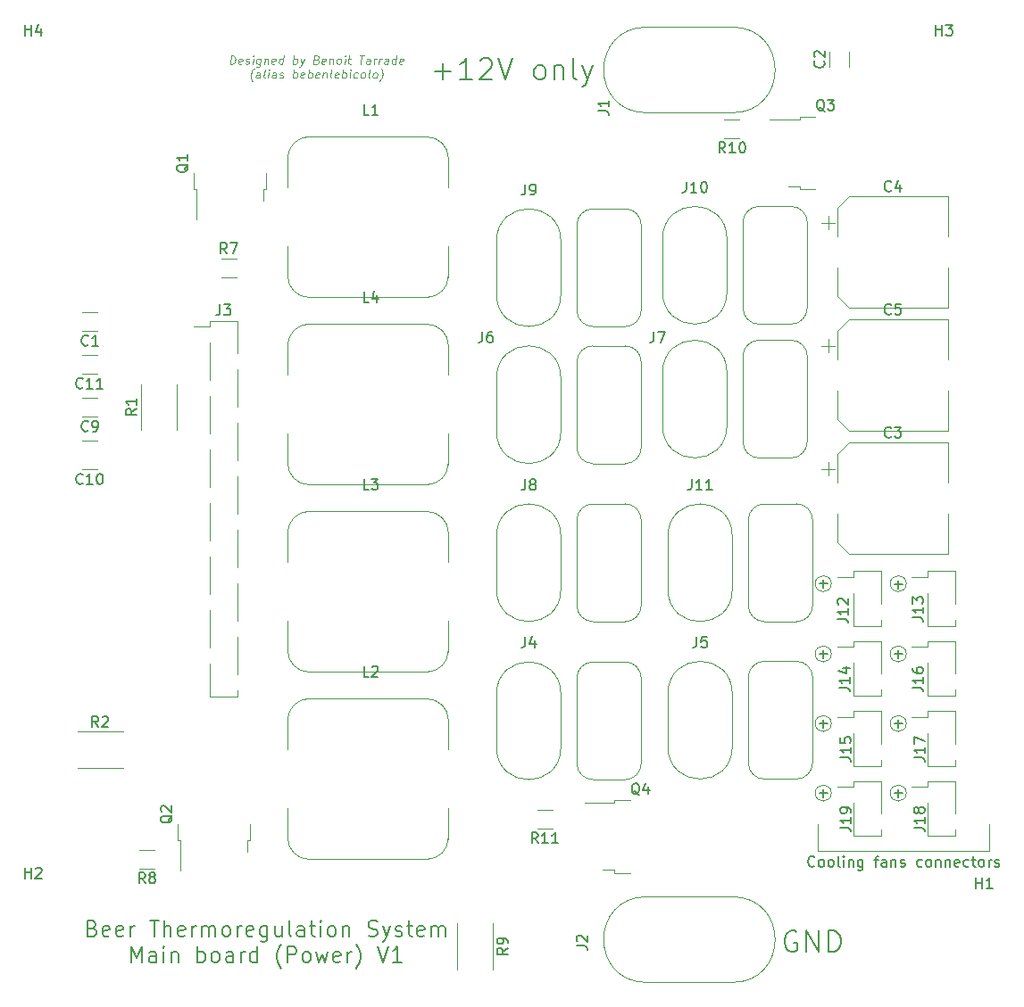
<source format=gbr>
%TF.GenerationSoftware,KiCad,Pcbnew,(5.1.10)-1*%
%TF.CreationDate,2021-09-14T12:20:03+02:00*%
%TF.ProjectId,BTS-MainBoard-Power,4254532d-4d61-4696-9e42-6f6172642d50,rev?*%
%TF.SameCoordinates,Original*%
%TF.FileFunction,Legend,Top*%
%TF.FilePolarity,Positive*%
%FSLAX46Y46*%
G04 Gerber Fmt 4.6, Leading zero omitted, Abs format (unit mm)*
G04 Created by KiCad (PCBNEW (5.1.10)-1) date 2021-09-14 12:20:03*
%MOMM*%
%LPD*%
G01*
G04 APERTURE LIST*
%ADD10C,0.120000*%
%ADD11C,0.200000*%
%ADD12C,0.150000*%
%ADD13C,0.100000*%
G04 APERTURE END LIST*
D10*
X185023535Y-45167904D02*
X185123535Y-44367904D01*
X185314011Y-44367904D01*
X185423535Y-44406000D01*
X185490202Y-44482190D01*
X185518773Y-44558380D01*
X185537821Y-44710761D01*
X185523535Y-44825047D01*
X185466392Y-44977428D01*
X185418773Y-45053619D01*
X185333059Y-45129809D01*
X185214011Y-45167904D01*
X185023535Y-45167904D01*
X186133059Y-45129809D02*
X186052107Y-45167904D01*
X185899726Y-45167904D01*
X185828297Y-45129809D01*
X185799726Y-45053619D01*
X185837821Y-44748857D01*
X185885440Y-44672666D01*
X185966392Y-44634571D01*
X186118773Y-44634571D01*
X186190202Y-44672666D01*
X186218773Y-44748857D01*
X186209250Y-44825047D01*
X185818773Y-44901238D01*
X186475916Y-45129809D02*
X186547345Y-45167904D01*
X186699726Y-45167904D01*
X186780678Y-45129809D01*
X186828297Y-45053619D01*
X186833059Y-45015523D01*
X186804488Y-44939333D01*
X186733059Y-44901238D01*
X186618773Y-44901238D01*
X186547345Y-44863142D01*
X186518773Y-44786952D01*
X186523535Y-44748857D01*
X186571154Y-44672666D01*
X186652107Y-44634571D01*
X186766392Y-44634571D01*
X186837821Y-44672666D01*
X187156869Y-45167904D02*
X187223535Y-44634571D01*
X187256869Y-44367904D02*
X187214011Y-44406000D01*
X187247345Y-44444095D01*
X187290202Y-44406000D01*
X187256869Y-44367904D01*
X187247345Y-44444095D01*
X187947345Y-44634571D02*
X187866392Y-45282190D01*
X187818773Y-45358380D01*
X187775916Y-45396476D01*
X187694964Y-45434571D01*
X187580678Y-45434571D01*
X187509250Y-45396476D01*
X187885440Y-45129809D02*
X187804488Y-45167904D01*
X187652107Y-45167904D01*
X187580678Y-45129809D01*
X187547345Y-45091714D01*
X187518773Y-45015523D01*
X187547345Y-44786952D01*
X187594964Y-44710761D01*
X187637821Y-44672666D01*
X187718773Y-44634571D01*
X187871154Y-44634571D01*
X187942583Y-44672666D01*
X188328297Y-44634571D02*
X188261630Y-45167904D01*
X188318773Y-44710761D02*
X188361630Y-44672666D01*
X188442583Y-44634571D01*
X188556869Y-44634571D01*
X188628297Y-44672666D01*
X188656869Y-44748857D01*
X188604488Y-45167904D01*
X189294964Y-45129809D02*
X189214011Y-45167904D01*
X189061630Y-45167904D01*
X188990202Y-45129809D01*
X188961630Y-45053619D01*
X188999726Y-44748857D01*
X189047345Y-44672666D01*
X189128297Y-44634571D01*
X189280678Y-44634571D01*
X189352107Y-44672666D01*
X189380678Y-44748857D01*
X189371154Y-44825047D01*
X188980678Y-44901238D01*
X190014011Y-45167904D02*
X190114011Y-44367904D01*
X190018773Y-45129809D02*
X189937821Y-45167904D01*
X189785440Y-45167904D01*
X189714011Y-45129809D01*
X189680678Y-45091714D01*
X189652107Y-45015523D01*
X189680678Y-44786952D01*
X189728297Y-44710761D01*
X189771154Y-44672666D01*
X189852107Y-44634571D01*
X190004488Y-44634571D01*
X190075916Y-44672666D01*
X191004488Y-45167904D02*
X191104488Y-44367904D01*
X191066392Y-44672666D02*
X191147345Y-44634571D01*
X191299726Y-44634571D01*
X191371154Y-44672666D01*
X191404488Y-44710761D01*
X191433059Y-44786952D01*
X191404488Y-45015523D01*
X191356869Y-45091714D01*
X191314011Y-45129809D01*
X191233059Y-45167904D01*
X191080678Y-45167904D01*
X191009250Y-45129809D01*
X191718773Y-44634571D02*
X191842583Y-45167904D01*
X192099726Y-44634571D02*
X191842583Y-45167904D01*
X191742583Y-45358380D01*
X191699726Y-45396476D01*
X191618773Y-45434571D01*
X193266392Y-44748857D02*
X193375916Y-44786952D01*
X193409250Y-44825047D01*
X193437821Y-44901238D01*
X193423535Y-45015523D01*
X193375916Y-45091714D01*
X193333059Y-45129809D01*
X193252107Y-45167904D01*
X192947345Y-45167904D01*
X193047345Y-44367904D01*
X193314011Y-44367904D01*
X193385440Y-44406000D01*
X193418773Y-44444095D01*
X193447345Y-44520285D01*
X193437821Y-44596476D01*
X193390202Y-44672666D01*
X193347345Y-44710761D01*
X193266392Y-44748857D01*
X192999726Y-44748857D01*
X194056869Y-45129809D02*
X193975916Y-45167904D01*
X193823535Y-45167904D01*
X193752107Y-45129809D01*
X193723535Y-45053619D01*
X193761630Y-44748857D01*
X193809250Y-44672666D01*
X193890202Y-44634571D01*
X194042583Y-44634571D01*
X194114011Y-44672666D01*
X194142583Y-44748857D01*
X194133059Y-44825047D01*
X193742583Y-44901238D01*
X194499726Y-44634571D02*
X194433059Y-45167904D01*
X194490202Y-44710761D02*
X194533059Y-44672666D01*
X194614011Y-44634571D01*
X194728297Y-44634571D01*
X194799726Y-44672666D01*
X194828297Y-44748857D01*
X194775916Y-45167904D01*
X195271154Y-45167904D02*
X195199726Y-45129809D01*
X195166392Y-45091714D01*
X195137821Y-45015523D01*
X195166392Y-44786952D01*
X195214011Y-44710761D01*
X195256869Y-44672666D01*
X195337821Y-44634571D01*
X195452107Y-44634571D01*
X195523535Y-44672666D01*
X195556869Y-44710761D01*
X195585440Y-44786952D01*
X195556869Y-45015523D01*
X195509250Y-45091714D01*
X195466392Y-45129809D01*
X195385440Y-45167904D01*
X195271154Y-45167904D01*
X195880678Y-45167904D02*
X195947345Y-44634571D01*
X195980678Y-44367904D02*
X195937821Y-44406000D01*
X195971154Y-44444095D01*
X196014011Y-44406000D01*
X195980678Y-44367904D01*
X195971154Y-44444095D01*
X196214011Y-44634571D02*
X196518773Y-44634571D01*
X196361630Y-44367904D02*
X196275916Y-45053619D01*
X196304488Y-45129809D01*
X196375916Y-45167904D01*
X196452107Y-45167904D01*
X197314011Y-44367904D02*
X197771154Y-44367904D01*
X197442583Y-45167904D02*
X197542583Y-44367904D01*
X198280678Y-45167904D02*
X198333059Y-44748857D01*
X198304488Y-44672666D01*
X198233059Y-44634571D01*
X198080678Y-44634571D01*
X197999726Y-44672666D01*
X198285440Y-45129809D02*
X198204488Y-45167904D01*
X198014011Y-45167904D01*
X197942583Y-45129809D01*
X197914011Y-45053619D01*
X197923535Y-44977428D01*
X197971154Y-44901238D01*
X198052107Y-44863142D01*
X198242583Y-44863142D01*
X198323535Y-44825047D01*
X198661630Y-45167904D02*
X198728297Y-44634571D01*
X198709250Y-44786952D02*
X198756869Y-44710761D01*
X198799726Y-44672666D01*
X198880678Y-44634571D01*
X198956869Y-44634571D01*
X199156869Y-45167904D02*
X199223535Y-44634571D01*
X199204488Y-44786952D02*
X199252107Y-44710761D01*
X199294964Y-44672666D01*
X199375916Y-44634571D01*
X199452107Y-44634571D01*
X199994964Y-45167904D02*
X200047345Y-44748857D01*
X200018773Y-44672666D01*
X199947345Y-44634571D01*
X199794964Y-44634571D01*
X199714011Y-44672666D01*
X199999726Y-45129809D02*
X199918773Y-45167904D01*
X199728297Y-45167904D01*
X199656869Y-45129809D01*
X199628297Y-45053619D01*
X199637821Y-44977428D01*
X199685440Y-44901238D01*
X199766392Y-44863142D01*
X199956869Y-44863142D01*
X200037821Y-44825047D01*
X200718773Y-45167904D02*
X200818773Y-44367904D01*
X200723535Y-45129809D02*
X200642583Y-45167904D01*
X200490202Y-45167904D01*
X200418773Y-45129809D01*
X200385440Y-45091714D01*
X200356869Y-45015523D01*
X200385440Y-44786952D01*
X200433059Y-44710761D01*
X200475916Y-44672666D01*
X200556869Y-44634571D01*
X200709250Y-44634571D01*
X200780678Y-44672666D01*
X201409250Y-45129809D02*
X201328297Y-45167904D01*
X201175916Y-45167904D01*
X201104488Y-45129809D01*
X201075916Y-45053619D01*
X201114011Y-44748857D01*
X201161630Y-44672666D01*
X201242583Y-44634571D01*
X201394964Y-44634571D01*
X201466392Y-44672666D01*
X201494964Y-44748857D01*
X201485440Y-44825047D01*
X201094964Y-44901238D01*
X187156869Y-46792666D02*
X187123535Y-46754571D01*
X187061630Y-46640285D01*
X187033059Y-46564095D01*
X187009249Y-46449809D01*
X186994964Y-46259333D01*
X187014011Y-46106952D01*
X187075916Y-45916476D01*
X187128297Y-45802190D01*
X187175916Y-45726000D01*
X187266392Y-45611714D01*
X187309249Y-45573619D01*
X187842583Y-46487904D02*
X187894964Y-46068857D01*
X187866392Y-45992666D01*
X187794964Y-45954571D01*
X187642583Y-45954571D01*
X187561630Y-45992666D01*
X187847345Y-46449809D02*
X187766392Y-46487904D01*
X187575916Y-46487904D01*
X187504488Y-46449809D01*
X187475916Y-46373619D01*
X187485440Y-46297428D01*
X187533059Y-46221238D01*
X187614011Y-46183142D01*
X187804488Y-46183142D01*
X187885440Y-46145047D01*
X188337821Y-46487904D02*
X188266392Y-46449809D01*
X188237821Y-46373619D01*
X188323535Y-45687904D01*
X188642583Y-46487904D02*
X188709249Y-45954571D01*
X188742583Y-45687904D02*
X188699726Y-45726000D01*
X188733059Y-45764095D01*
X188775916Y-45726000D01*
X188742583Y-45687904D01*
X188733059Y-45764095D01*
X189366392Y-46487904D02*
X189418773Y-46068857D01*
X189390202Y-45992666D01*
X189318773Y-45954571D01*
X189166392Y-45954571D01*
X189085440Y-45992666D01*
X189371154Y-46449809D02*
X189290202Y-46487904D01*
X189099726Y-46487904D01*
X189028297Y-46449809D01*
X188999726Y-46373619D01*
X189009249Y-46297428D01*
X189056869Y-46221238D01*
X189137821Y-46183142D01*
X189328297Y-46183142D01*
X189409249Y-46145047D01*
X189714011Y-46449809D02*
X189785440Y-46487904D01*
X189937821Y-46487904D01*
X190018773Y-46449809D01*
X190066392Y-46373619D01*
X190071154Y-46335523D01*
X190042583Y-46259333D01*
X189971154Y-46221238D01*
X189856869Y-46221238D01*
X189785440Y-46183142D01*
X189756869Y-46106952D01*
X189761630Y-46068857D01*
X189809249Y-45992666D01*
X189890202Y-45954571D01*
X190004488Y-45954571D01*
X190075916Y-45992666D01*
X191004488Y-46487904D02*
X191104488Y-45687904D01*
X191066392Y-45992666D02*
X191147345Y-45954571D01*
X191299726Y-45954571D01*
X191371154Y-45992666D01*
X191404488Y-46030761D01*
X191433059Y-46106952D01*
X191404488Y-46335523D01*
X191356869Y-46411714D01*
X191314011Y-46449809D01*
X191233059Y-46487904D01*
X191080678Y-46487904D01*
X191009249Y-46449809D01*
X192037821Y-46449809D02*
X191956869Y-46487904D01*
X191804488Y-46487904D01*
X191733059Y-46449809D01*
X191704488Y-46373619D01*
X191742583Y-46068857D01*
X191790202Y-45992666D01*
X191871154Y-45954571D01*
X192023535Y-45954571D01*
X192094964Y-45992666D01*
X192123535Y-46068857D01*
X192114011Y-46145047D01*
X191723535Y-46221238D01*
X192414011Y-46487904D02*
X192514011Y-45687904D01*
X192475916Y-45992666D02*
X192556869Y-45954571D01*
X192709249Y-45954571D01*
X192780678Y-45992666D01*
X192814011Y-46030761D01*
X192842583Y-46106952D01*
X192814011Y-46335523D01*
X192766392Y-46411714D01*
X192723535Y-46449809D01*
X192642583Y-46487904D01*
X192490202Y-46487904D01*
X192418773Y-46449809D01*
X193447345Y-46449809D02*
X193366392Y-46487904D01*
X193214011Y-46487904D01*
X193142583Y-46449809D01*
X193114011Y-46373619D01*
X193152107Y-46068857D01*
X193199726Y-45992666D01*
X193280678Y-45954571D01*
X193433059Y-45954571D01*
X193504488Y-45992666D01*
X193533059Y-46068857D01*
X193523535Y-46145047D01*
X193133059Y-46221238D01*
X193890202Y-45954571D02*
X193823535Y-46487904D01*
X193880678Y-46030761D02*
X193923535Y-45992666D01*
X194004488Y-45954571D01*
X194118773Y-45954571D01*
X194190202Y-45992666D01*
X194218773Y-46068857D01*
X194166392Y-46487904D01*
X194661630Y-46487904D02*
X194590202Y-46449809D01*
X194561630Y-46373619D01*
X194647345Y-45687904D01*
X195275916Y-46449809D02*
X195194964Y-46487904D01*
X195042583Y-46487904D01*
X194971154Y-46449809D01*
X194942583Y-46373619D01*
X194980678Y-46068857D01*
X195028297Y-45992666D01*
X195109249Y-45954571D01*
X195261630Y-45954571D01*
X195333059Y-45992666D01*
X195361630Y-46068857D01*
X195352107Y-46145047D01*
X194961630Y-46221238D01*
X195652107Y-46487904D02*
X195752107Y-45687904D01*
X195714011Y-45992666D02*
X195794964Y-45954571D01*
X195947345Y-45954571D01*
X196018773Y-45992666D01*
X196052107Y-46030761D01*
X196080678Y-46106952D01*
X196052107Y-46335523D01*
X196004488Y-46411714D01*
X195961630Y-46449809D01*
X195880678Y-46487904D01*
X195728297Y-46487904D01*
X195656869Y-46449809D01*
X196375916Y-46487904D02*
X196442583Y-45954571D01*
X196475916Y-45687904D02*
X196433059Y-45726000D01*
X196466392Y-45764095D01*
X196509249Y-45726000D01*
X196475916Y-45687904D01*
X196466392Y-45764095D01*
X197104488Y-46449809D02*
X197023535Y-46487904D01*
X196871154Y-46487904D01*
X196799726Y-46449809D01*
X196766392Y-46411714D01*
X196737821Y-46335523D01*
X196766392Y-46106952D01*
X196814011Y-46030761D01*
X196856869Y-45992666D01*
X196937821Y-45954571D01*
X197090202Y-45954571D01*
X197161630Y-45992666D01*
X197556869Y-46487904D02*
X197485440Y-46449809D01*
X197452107Y-46411714D01*
X197423535Y-46335523D01*
X197452107Y-46106952D01*
X197499726Y-46030761D01*
X197542583Y-45992666D01*
X197623535Y-45954571D01*
X197737821Y-45954571D01*
X197809249Y-45992666D01*
X197842583Y-46030761D01*
X197871154Y-46106952D01*
X197842583Y-46335523D01*
X197794964Y-46411714D01*
X197752107Y-46449809D01*
X197671154Y-46487904D01*
X197556869Y-46487904D01*
X198280678Y-46487904D02*
X198209249Y-46449809D01*
X198180678Y-46373619D01*
X198266392Y-45687904D01*
X198699726Y-46487904D02*
X198628297Y-46449809D01*
X198594964Y-46411714D01*
X198566392Y-46335523D01*
X198594964Y-46106952D01*
X198642583Y-46030761D01*
X198685440Y-45992666D01*
X198766392Y-45954571D01*
X198880678Y-45954571D01*
X198952107Y-45992666D01*
X198985440Y-46030761D01*
X199014011Y-46106952D01*
X198985440Y-46335523D01*
X198937821Y-46411714D01*
X198894964Y-46449809D01*
X198814011Y-46487904D01*
X198699726Y-46487904D01*
X199194964Y-46792666D02*
X199237821Y-46754571D01*
X199328297Y-46640285D01*
X199375916Y-46564095D01*
X199428297Y-46449809D01*
X199490202Y-46259333D01*
X199509249Y-46106952D01*
X199494964Y-45916476D01*
X199471154Y-45802190D01*
X199442583Y-45726000D01*
X199380678Y-45611714D01*
X199347345Y-45573619D01*
D11*
X204455047Y-45862857D02*
X205978857Y-45862857D01*
X205216952Y-46624761D02*
X205216952Y-45100952D01*
X207978857Y-46624761D02*
X206836000Y-46624761D01*
X207407428Y-46624761D02*
X207407428Y-44624761D01*
X207216952Y-44910476D01*
X207026476Y-45100952D01*
X206836000Y-45196190D01*
X208740761Y-44815238D02*
X208836000Y-44720000D01*
X209026476Y-44624761D01*
X209502666Y-44624761D01*
X209693142Y-44720000D01*
X209788380Y-44815238D01*
X209883619Y-45005714D01*
X209883619Y-45196190D01*
X209788380Y-45481904D01*
X208645523Y-46624761D01*
X209883619Y-46624761D01*
X210455047Y-44624761D02*
X211121714Y-46624761D01*
X211788380Y-44624761D01*
X214264571Y-46624761D02*
X214074095Y-46529523D01*
X213978857Y-46434285D01*
X213883619Y-46243809D01*
X213883619Y-45672380D01*
X213978857Y-45481904D01*
X214074095Y-45386666D01*
X214264571Y-45291428D01*
X214550285Y-45291428D01*
X214740761Y-45386666D01*
X214836000Y-45481904D01*
X214931238Y-45672380D01*
X214931238Y-46243809D01*
X214836000Y-46434285D01*
X214740761Y-46529523D01*
X214550285Y-46624761D01*
X214264571Y-46624761D01*
X215788380Y-45291428D02*
X215788380Y-46624761D01*
X215788380Y-45481904D02*
X215883619Y-45386666D01*
X216074095Y-45291428D01*
X216359809Y-45291428D01*
X216550285Y-45386666D01*
X216645523Y-45577142D01*
X216645523Y-46624761D01*
X217883619Y-46624761D02*
X217693142Y-46529523D01*
X217597904Y-46339047D01*
X217597904Y-44624761D01*
X218455047Y-45291428D02*
X218931238Y-46624761D01*
X219407428Y-45291428D02*
X218931238Y-46624761D01*
X218740761Y-47100952D01*
X218645523Y-47196190D01*
X218455047Y-47291428D01*
X238760190Y-127524000D02*
X238569714Y-127428761D01*
X238284000Y-127428761D01*
X237998285Y-127524000D01*
X237807809Y-127714476D01*
X237712571Y-127904952D01*
X237617333Y-128285904D01*
X237617333Y-128571619D01*
X237712571Y-128952571D01*
X237807809Y-129143047D01*
X237998285Y-129333523D01*
X238284000Y-129428761D01*
X238474476Y-129428761D01*
X238760190Y-129333523D01*
X238855428Y-129238285D01*
X238855428Y-128571619D01*
X238474476Y-128571619D01*
X239712571Y-129428761D02*
X239712571Y-127428761D01*
X240855428Y-129428761D01*
X240855428Y-127428761D01*
X241807809Y-129428761D02*
X241807809Y-127428761D01*
X242284000Y-127428761D01*
X242569714Y-127524000D01*
X242760190Y-127714476D01*
X242855428Y-127904952D01*
X242950666Y-128285904D01*
X242950666Y-128571619D01*
X242855428Y-128952571D01*
X242760190Y-129143047D01*
X242569714Y-129333523D01*
X242284000Y-129428761D01*
X241807809Y-129428761D01*
X172003714Y-127191857D02*
X172218000Y-127263285D01*
X172289428Y-127334714D01*
X172360857Y-127477571D01*
X172360857Y-127691857D01*
X172289428Y-127834714D01*
X172218000Y-127906142D01*
X172075142Y-127977571D01*
X171503714Y-127977571D01*
X171503714Y-126477571D01*
X172003714Y-126477571D01*
X172146571Y-126549000D01*
X172218000Y-126620428D01*
X172289428Y-126763285D01*
X172289428Y-126906142D01*
X172218000Y-127049000D01*
X172146571Y-127120428D01*
X172003714Y-127191857D01*
X171503714Y-127191857D01*
X173575142Y-127906142D02*
X173432285Y-127977571D01*
X173146571Y-127977571D01*
X173003714Y-127906142D01*
X172932285Y-127763285D01*
X172932285Y-127191857D01*
X173003714Y-127049000D01*
X173146571Y-126977571D01*
X173432285Y-126977571D01*
X173575142Y-127049000D01*
X173646571Y-127191857D01*
X173646571Y-127334714D01*
X172932285Y-127477571D01*
X174860857Y-127906142D02*
X174718000Y-127977571D01*
X174432285Y-127977571D01*
X174289428Y-127906142D01*
X174218000Y-127763285D01*
X174218000Y-127191857D01*
X174289428Y-127049000D01*
X174432285Y-126977571D01*
X174718000Y-126977571D01*
X174860857Y-127049000D01*
X174932285Y-127191857D01*
X174932285Y-127334714D01*
X174218000Y-127477571D01*
X175575142Y-127977571D02*
X175575142Y-126977571D01*
X175575142Y-127263285D02*
X175646571Y-127120428D01*
X175718000Y-127049000D01*
X175860857Y-126977571D01*
X176003714Y-126977571D01*
X177432285Y-126477571D02*
X178289428Y-126477571D01*
X177860857Y-127977571D02*
X177860857Y-126477571D01*
X178789428Y-127977571D02*
X178789428Y-126477571D01*
X179432285Y-127977571D02*
X179432285Y-127191857D01*
X179360857Y-127049000D01*
X179218000Y-126977571D01*
X179003714Y-126977571D01*
X178860857Y-127049000D01*
X178789428Y-127120428D01*
X180718000Y-127906142D02*
X180575142Y-127977571D01*
X180289428Y-127977571D01*
X180146571Y-127906142D01*
X180075142Y-127763285D01*
X180075142Y-127191857D01*
X180146571Y-127049000D01*
X180289428Y-126977571D01*
X180575142Y-126977571D01*
X180718000Y-127049000D01*
X180789428Y-127191857D01*
X180789428Y-127334714D01*
X180075142Y-127477571D01*
X181432285Y-127977571D02*
X181432285Y-126977571D01*
X181432285Y-127263285D02*
X181503714Y-127120428D01*
X181575142Y-127049000D01*
X181718000Y-126977571D01*
X181860857Y-126977571D01*
X182360857Y-127977571D02*
X182360857Y-126977571D01*
X182360857Y-127120428D02*
X182432285Y-127049000D01*
X182575142Y-126977571D01*
X182789428Y-126977571D01*
X182932285Y-127049000D01*
X183003714Y-127191857D01*
X183003714Y-127977571D01*
X183003714Y-127191857D02*
X183075142Y-127049000D01*
X183218000Y-126977571D01*
X183432285Y-126977571D01*
X183575142Y-127049000D01*
X183646571Y-127191857D01*
X183646571Y-127977571D01*
X184575142Y-127977571D02*
X184432285Y-127906142D01*
X184360857Y-127834714D01*
X184289428Y-127691857D01*
X184289428Y-127263285D01*
X184360857Y-127120428D01*
X184432285Y-127049000D01*
X184575142Y-126977571D01*
X184789428Y-126977571D01*
X184932285Y-127049000D01*
X185003714Y-127120428D01*
X185075142Y-127263285D01*
X185075142Y-127691857D01*
X185003714Y-127834714D01*
X184932285Y-127906142D01*
X184789428Y-127977571D01*
X184575142Y-127977571D01*
X185718000Y-127977571D02*
X185718000Y-126977571D01*
X185718000Y-127263285D02*
X185789428Y-127120428D01*
X185860857Y-127049000D01*
X186003714Y-126977571D01*
X186146571Y-126977571D01*
X187218000Y-127906142D02*
X187075142Y-127977571D01*
X186789428Y-127977571D01*
X186646571Y-127906142D01*
X186575142Y-127763285D01*
X186575142Y-127191857D01*
X186646571Y-127049000D01*
X186789428Y-126977571D01*
X187075142Y-126977571D01*
X187218000Y-127049000D01*
X187289428Y-127191857D01*
X187289428Y-127334714D01*
X186575142Y-127477571D01*
X188575142Y-126977571D02*
X188575142Y-128191857D01*
X188503714Y-128334714D01*
X188432285Y-128406142D01*
X188289428Y-128477571D01*
X188075142Y-128477571D01*
X187932285Y-128406142D01*
X188575142Y-127906142D02*
X188432285Y-127977571D01*
X188146571Y-127977571D01*
X188003714Y-127906142D01*
X187932285Y-127834714D01*
X187860857Y-127691857D01*
X187860857Y-127263285D01*
X187932285Y-127120428D01*
X188003714Y-127049000D01*
X188146571Y-126977571D01*
X188432285Y-126977571D01*
X188575142Y-127049000D01*
X189932285Y-126977571D02*
X189932285Y-127977571D01*
X189289428Y-126977571D02*
X189289428Y-127763285D01*
X189360857Y-127906142D01*
X189503714Y-127977571D01*
X189718000Y-127977571D01*
X189860857Y-127906142D01*
X189932285Y-127834714D01*
X190860857Y-127977571D02*
X190718000Y-127906142D01*
X190646571Y-127763285D01*
X190646571Y-126477571D01*
X192075142Y-127977571D02*
X192075142Y-127191857D01*
X192003714Y-127049000D01*
X191860857Y-126977571D01*
X191575142Y-126977571D01*
X191432285Y-127049000D01*
X192075142Y-127906142D02*
X191932285Y-127977571D01*
X191575142Y-127977571D01*
X191432285Y-127906142D01*
X191360857Y-127763285D01*
X191360857Y-127620428D01*
X191432285Y-127477571D01*
X191575142Y-127406142D01*
X191932285Y-127406142D01*
X192075142Y-127334714D01*
X192575142Y-126977571D02*
X193146571Y-126977571D01*
X192789428Y-126477571D02*
X192789428Y-127763285D01*
X192860857Y-127906142D01*
X193003714Y-127977571D01*
X193146571Y-127977571D01*
X193646571Y-127977571D02*
X193646571Y-126977571D01*
X193646571Y-126477571D02*
X193575142Y-126549000D01*
X193646571Y-126620428D01*
X193718000Y-126549000D01*
X193646571Y-126477571D01*
X193646571Y-126620428D01*
X194575142Y-127977571D02*
X194432285Y-127906142D01*
X194360857Y-127834714D01*
X194289428Y-127691857D01*
X194289428Y-127263285D01*
X194360857Y-127120428D01*
X194432285Y-127049000D01*
X194575142Y-126977571D01*
X194789428Y-126977571D01*
X194932285Y-127049000D01*
X195003714Y-127120428D01*
X195075142Y-127263285D01*
X195075142Y-127691857D01*
X195003714Y-127834714D01*
X194932285Y-127906142D01*
X194789428Y-127977571D01*
X194575142Y-127977571D01*
X195718000Y-126977571D02*
X195718000Y-127977571D01*
X195718000Y-127120428D02*
X195789428Y-127049000D01*
X195932285Y-126977571D01*
X196146571Y-126977571D01*
X196289428Y-127049000D01*
X196360857Y-127191857D01*
X196360857Y-127977571D01*
X198146571Y-127906142D02*
X198360857Y-127977571D01*
X198718000Y-127977571D01*
X198860857Y-127906142D01*
X198932285Y-127834714D01*
X199003714Y-127691857D01*
X199003714Y-127549000D01*
X198932285Y-127406142D01*
X198860857Y-127334714D01*
X198718000Y-127263285D01*
X198432285Y-127191857D01*
X198289428Y-127120428D01*
X198218000Y-127049000D01*
X198146571Y-126906142D01*
X198146571Y-126763285D01*
X198218000Y-126620428D01*
X198289428Y-126549000D01*
X198432285Y-126477571D01*
X198789428Y-126477571D01*
X199003714Y-126549000D01*
X199503714Y-126977571D02*
X199860857Y-127977571D01*
X200218000Y-126977571D02*
X199860857Y-127977571D01*
X199718000Y-128334714D01*
X199646571Y-128406142D01*
X199503714Y-128477571D01*
X200718000Y-127906142D02*
X200860857Y-127977571D01*
X201146571Y-127977571D01*
X201289428Y-127906142D01*
X201360857Y-127763285D01*
X201360857Y-127691857D01*
X201289428Y-127549000D01*
X201146571Y-127477571D01*
X200932285Y-127477571D01*
X200789428Y-127406142D01*
X200718000Y-127263285D01*
X200718000Y-127191857D01*
X200789428Y-127049000D01*
X200932285Y-126977571D01*
X201146571Y-126977571D01*
X201289428Y-127049000D01*
X201789428Y-126977571D02*
X202360857Y-126977571D01*
X202003714Y-126477571D02*
X202003714Y-127763285D01*
X202075142Y-127906142D01*
X202218000Y-127977571D01*
X202360857Y-127977571D01*
X203432285Y-127906142D02*
X203289428Y-127977571D01*
X203003714Y-127977571D01*
X202860857Y-127906142D01*
X202789428Y-127763285D01*
X202789428Y-127191857D01*
X202860857Y-127049000D01*
X203003714Y-126977571D01*
X203289428Y-126977571D01*
X203432285Y-127049000D01*
X203503714Y-127191857D01*
X203503714Y-127334714D01*
X202789428Y-127477571D01*
X204146571Y-127977571D02*
X204146571Y-126977571D01*
X204146571Y-127120428D02*
X204218000Y-127049000D01*
X204360857Y-126977571D01*
X204575142Y-126977571D01*
X204718000Y-127049000D01*
X204789428Y-127191857D01*
X204789428Y-127977571D01*
X204789428Y-127191857D02*
X204860857Y-127049000D01*
X205003714Y-126977571D01*
X205218000Y-126977571D01*
X205360857Y-127049000D01*
X205432285Y-127191857D01*
X205432285Y-127977571D01*
X175682285Y-130427571D02*
X175682285Y-128927571D01*
X176182285Y-129999000D01*
X176682285Y-128927571D01*
X176682285Y-130427571D01*
X178039428Y-130427571D02*
X178039428Y-129641857D01*
X177968000Y-129499000D01*
X177825142Y-129427571D01*
X177539428Y-129427571D01*
X177396571Y-129499000D01*
X178039428Y-130356142D02*
X177896571Y-130427571D01*
X177539428Y-130427571D01*
X177396571Y-130356142D01*
X177325142Y-130213285D01*
X177325142Y-130070428D01*
X177396571Y-129927571D01*
X177539428Y-129856142D01*
X177896571Y-129856142D01*
X178039428Y-129784714D01*
X178753714Y-130427571D02*
X178753714Y-129427571D01*
X178753714Y-128927571D02*
X178682285Y-128999000D01*
X178753714Y-129070428D01*
X178825142Y-128999000D01*
X178753714Y-128927571D01*
X178753714Y-129070428D01*
X179468000Y-129427571D02*
X179468000Y-130427571D01*
X179468000Y-129570428D02*
X179539428Y-129499000D01*
X179682285Y-129427571D01*
X179896571Y-129427571D01*
X180039428Y-129499000D01*
X180110857Y-129641857D01*
X180110857Y-130427571D01*
X181968000Y-130427571D02*
X181968000Y-128927571D01*
X181968000Y-129499000D02*
X182110857Y-129427571D01*
X182396571Y-129427571D01*
X182539428Y-129499000D01*
X182610857Y-129570428D01*
X182682285Y-129713285D01*
X182682285Y-130141857D01*
X182610857Y-130284714D01*
X182539428Y-130356142D01*
X182396571Y-130427571D01*
X182110857Y-130427571D01*
X181968000Y-130356142D01*
X183539428Y-130427571D02*
X183396571Y-130356142D01*
X183325142Y-130284714D01*
X183253714Y-130141857D01*
X183253714Y-129713285D01*
X183325142Y-129570428D01*
X183396571Y-129499000D01*
X183539428Y-129427571D01*
X183753714Y-129427571D01*
X183896571Y-129499000D01*
X183968000Y-129570428D01*
X184039428Y-129713285D01*
X184039428Y-130141857D01*
X183968000Y-130284714D01*
X183896571Y-130356142D01*
X183753714Y-130427571D01*
X183539428Y-130427571D01*
X185325142Y-130427571D02*
X185325142Y-129641857D01*
X185253714Y-129499000D01*
X185110857Y-129427571D01*
X184825142Y-129427571D01*
X184682285Y-129499000D01*
X185325142Y-130356142D02*
X185182285Y-130427571D01*
X184825142Y-130427571D01*
X184682285Y-130356142D01*
X184610857Y-130213285D01*
X184610857Y-130070428D01*
X184682285Y-129927571D01*
X184825142Y-129856142D01*
X185182285Y-129856142D01*
X185325142Y-129784714D01*
X186039428Y-130427571D02*
X186039428Y-129427571D01*
X186039428Y-129713285D02*
X186110857Y-129570428D01*
X186182285Y-129499000D01*
X186325142Y-129427571D01*
X186468000Y-129427571D01*
X187610857Y-130427571D02*
X187610857Y-128927571D01*
X187610857Y-130356142D02*
X187468000Y-130427571D01*
X187182285Y-130427571D01*
X187039428Y-130356142D01*
X186968000Y-130284714D01*
X186896571Y-130141857D01*
X186896571Y-129713285D01*
X186968000Y-129570428D01*
X187039428Y-129499000D01*
X187182285Y-129427571D01*
X187468000Y-129427571D01*
X187610857Y-129499000D01*
X189896571Y-130999000D02*
X189825142Y-130927571D01*
X189682285Y-130713285D01*
X189610857Y-130570428D01*
X189539428Y-130356142D01*
X189468000Y-129999000D01*
X189468000Y-129713285D01*
X189539428Y-129356142D01*
X189610857Y-129141857D01*
X189682285Y-128999000D01*
X189825142Y-128784714D01*
X189896571Y-128713285D01*
X190468000Y-130427571D02*
X190468000Y-128927571D01*
X191039428Y-128927571D01*
X191182285Y-128999000D01*
X191253714Y-129070428D01*
X191325142Y-129213285D01*
X191325142Y-129427571D01*
X191253714Y-129570428D01*
X191182285Y-129641857D01*
X191039428Y-129713285D01*
X190468000Y-129713285D01*
X192182285Y-130427571D02*
X192039428Y-130356142D01*
X191968000Y-130284714D01*
X191896571Y-130141857D01*
X191896571Y-129713285D01*
X191968000Y-129570428D01*
X192039428Y-129499000D01*
X192182285Y-129427571D01*
X192396571Y-129427571D01*
X192539428Y-129499000D01*
X192610857Y-129570428D01*
X192682285Y-129713285D01*
X192682285Y-130141857D01*
X192610857Y-130284714D01*
X192539428Y-130356142D01*
X192396571Y-130427571D01*
X192182285Y-130427571D01*
X193182285Y-129427571D02*
X193468000Y-130427571D01*
X193753714Y-129713285D01*
X194039428Y-130427571D01*
X194325142Y-129427571D01*
X195468000Y-130356142D02*
X195325142Y-130427571D01*
X195039428Y-130427571D01*
X194896571Y-130356142D01*
X194825142Y-130213285D01*
X194825142Y-129641857D01*
X194896571Y-129499000D01*
X195039428Y-129427571D01*
X195325142Y-129427571D01*
X195468000Y-129499000D01*
X195539428Y-129641857D01*
X195539428Y-129784714D01*
X194825142Y-129927571D01*
X196182285Y-130427571D02*
X196182285Y-129427571D01*
X196182285Y-129713285D02*
X196253714Y-129570428D01*
X196325142Y-129499000D01*
X196468000Y-129427571D01*
X196610857Y-129427571D01*
X196968000Y-130999000D02*
X197039428Y-130927571D01*
X197182285Y-130713285D01*
X197253714Y-130570428D01*
X197325142Y-130356142D01*
X197396571Y-129999000D01*
X197396571Y-129713285D01*
X197325142Y-129356142D01*
X197253714Y-129141857D01*
X197182285Y-128999000D01*
X197039428Y-128784714D01*
X196968000Y-128713285D01*
X199039428Y-128927571D02*
X199539428Y-130427571D01*
X200039428Y-128927571D01*
X201325142Y-130427571D02*
X200468000Y-130427571D01*
X200896571Y-130427571D02*
X200896571Y-128927571D01*
X200753714Y-129141857D01*
X200610857Y-129284714D01*
X200468000Y-129356142D01*
D12*
X240467619Y-121261142D02*
X240420000Y-121308761D01*
X240277142Y-121356380D01*
X240181904Y-121356380D01*
X240039047Y-121308761D01*
X239943809Y-121213523D01*
X239896190Y-121118285D01*
X239848571Y-120927809D01*
X239848571Y-120784952D01*
X239896190Y-120594476D01*
X239943809Y-120499238D01*
X240039047Y-120404000D01*
X240181904Y-120356380D01*
X240277142Y-120356380D01*
X240420000Y-120404000D01*
X240467619Y-120451619D01*
X241039047Y-121356380D02*
X240943809Y-121308761D01*
X240896190Y-121261142D01*
X240848571Y-121165904D01*
X240848571Y-120880190D01*
X240896190Y-120784952D01*
X240943809Y-120737333D01*
X241039047Y-120689714D01*
X241181904Y-120689714D01*
X241277142Y-120737333D01*
X241324761Y-120784952D01*
X241372380Y-120880190D01*
X241372380Y-121165904D01*
X241324761Y-121261142D01*
X241277142Y-121308761D01*
X241181904Y-121356380D01*
X241039047Y-121356380D01*
X241943809Y-121356380D02*
X241848571Y-121308761D01*
X241800952Y-121261142D01*
X241753333Y-121165904D01*
X241753333Y-120880190D01*
X241800952Y-120784952D01*
X241848571Y-120737333D01*
X241943809Y-120689714D01*
X242086666Y-120689714D01*
X242181904Y-120737333D01*
X242229523Y-120784952D01*
X242277142Y-120880190D01*
X242277142Y-121165904D01*
X242229523Y-121261142D01*
X242181904Y-121308761D01*
X242086666Y-121356380D01*
X241943809Y-121356380D01*
X242848571Y-121356380D02*
X242753333Y-121308761D01*
X242705714Y-121213523D01*
X242705714Y-120356380D01*
X243229523Y-121356380D02*
X243229523Y-120689714D01*
X243229523Y-120356380D02*
X243181904Y-120404000D01*
X243229523Y-120451619D01*
X243277142Y-120404000D01*
X243229523Y-120356380D01*
X243229523Y-120451619D01*
X243705714Y-120689714D02*
X243705714Y-121356380D01*
X243705714Y-120784952D02*
X243753333Y-120737333D01*
X243848571Y-120689714D01*
X243991428Y-120689714D01*
X244086666Y-120737333D01*
X244134285Y-120832571D01*
X244134285Y-121356380D01*
X245039047Y-120689714D02*
X245039047Y-121499238D01*
X244991428Y-121594476D01*
X244943809Y-121642095D01*
X244848571Y-121689714D01*
X244705714Y-121689714D01*
X244610476Y-121642095D01*
X245039047Y-121308761D02*
X244943809Y-121356380D01*
X244753333Y-121356380D01*
X244658095Y-121308761D01*
X244610476Y-121261142D01*
X244562857Y-121165904D01*
X244562857Y-120880190D01*
X244610476Y-120784952D01*
X244658095Y-120737333D01*
X244753333Y-120689714D01*
X244943809Y-120689714D01*
X245039047Y-120737333D01*
X246134285Y-120689714D02*
X246515238Y-120689714D01*
X246277142Y-121356380D02*
X246277142Y-120499238D01*
X246324761Y-120404000D01*
X246420000Y-120356380D01*
X246515238Y-120356380D01*
X247277142Y-121356380D02*
X247277142Y-120832571D01*
X247229523Y-120737333D01*
X247134285Y-120689714D01*
X246943809Y-120689714D01*
X246848571Y-120737333D01*
X247277142Y-121308761D02*
X247181904Y-121356380D01*
X246943809Y-121356380D01*
X246848571Y-121308761D01*
X246800952Y-121213523D01*
X246800952Y-121118285D01*
X246848571Y-121023047D01*
X246943809Y-120975428D01*
X247181904Y-120975428D01*
X247277142Y-120927809D01*
X247753333Y-120689714D02*
X247753333Y-121356380D01*
X247753333Y-120784952D02*
X247800952Y-120737333D01*
X247896190Y-120689714D01*
X248039047Y-120689714D01*
X248134285Y-120737333D01*
X248181904Y-120832571D01*
X248181904Y-121356380D01*
X248610476Y-121308761D02*
X248705714Y-121356380D01*
X248896190Y-121356380D01*
X248991428Y-121308761D01*
X249039047Y-121213523D01*
X249039047Y-121165904D01*
X248991428Y-121070666D01*
X248896190Y-121023047D01*
X248753333Y-121023047D01*
X248658095Y-120975428D01*
X248610476Y-120880190D01*
X248610476Y-120832571D01*
X248658095Y-120737333D01*
X248753333Y-120689714D01*
X248896190Y-120689714D01*
X248991428Y-120737333D01*
X250658095Y-121308761D02*
X250562857Y-121356380D01*
X250372380Y-121356380D01*
X250277142Y-121308761D01*
X250229523Y-121261142D01*
X250181904Y-121165904D01*
X250181904Y-120880190D01*
X250229523Y-120784952D01*
X250277142Y-120737333D01*
X250372380Y-120689714D01*
X250562857Y-120689714D01*
X250658095Y-120737333D01*
X251229523Y-121356380D02*
X251134285Y-121308761D01*
X251086666Y-121261142D01*
X251039047Y-121165904D01*
X251039047Y-120880190D01*
X251086666Y-120784952D01*
X251134285Y-120737333D01*
X251229523Y-120689714D01*
X251372380Y-120689714D01*
X251467619Y-120737333D01*
X251515238Y-120784952D01*
X251562857Y-120880190D01*
X251562857Y-121165904D01*
X251515238Y-121261142D01*
X251467619Y-121308761D01*
X251372380Y-121356380D01*
X251229523Y-121356380D01*
X251991428Y-120689714D02*
X251991428Y-121356380D01*
X251991428Y-120784952D02*
X252039047Y-120737333D01*
X252134285Y-120689714D01*
X252277142Y-120689714D01*
X252372380Y-120737333D01*
X252419999Y-120832571D01*
X252419999Y-121356380D01*
X252896190Y-120689714D02*
X252896190Y-121356380D01*
X252896190Y-120784952D02*
X252943809Y-120737333D01*
X253039047Y-120689714D01*
X253181904Y-120689714D01*
X253277142Y-120737333D01*
X253324761Y-120832571D01*
X253324761Y-121356380D01*
X254181904Y-121308761D02*
X254086666Y-121356380D01*
X253896190Y-121356380D01*
X253800952Y-121308761D01*
X253753333Y-121213523D01*
X253753333Y-120832571D01*
X253800952Y-120737333D01*
X253896190Y-120689714D01*
X254086666Y-120689714D01*
X254181904Y-120737333D01*
X254229523Y-120832571D01*
X254229523Y-120927809D01*
X253753333Y-121023047D01*
X255086666Y-121308761D02*
X254991428Y-121356380D01*
X254800952Y-121356380D01*
X254705714Y-121308761D01*
X254658095Y-121261142D01*
X254610476Y-121165904D01*
X254610476Y-120880190D01*
X254658095Y-120784952D01*
X254705714Y-120737333D01*
X254800952Y-120689714D01*
X254991428Y-120689714D01*
X255086666Y-120737333D01*
X255372380Y-120689714D02*
X255753333Y-120689714D01*
X255515238Y-120356380D02*
X255515238Y-121213523D01*
X255562857Y-121308761D01*
X255658095Y-121356380D01*
X255753333Y-121356380D01*
X256229523Y-121356380D02*
X256134285Y-121308761D01*
X256086666Y-121261142D01*
X256039047Y-121165904D01*
X256039047Y-120880190D01*
X256086666Y-120784952D01*
X256134285Y-120737333D01*
X256229523Y-120689714D01*
X256372380Y-120689714D01*
X256467619Y-120737333D01*
X256515238Y-120784952D01*
X256562857Y-120880190D01*
X256562857Y-121165904D01*
X256515238Y-121261142D01*
X256467619Y-121308761D01*
X256372380Y-121356380D01*
X256229523Y-121356380D01*
X256991428Y-121356380D02*
X256991428Y-120689714D01*
X256991428Y-120880190D02*
X257039047Y-120784952D01*
X257086666Y-120737333D01*
X257181904Y-120689714D01*
X257277142Y-120689714D01*
X257562857Y-121308761D02*
X257658095Y-121356380D01*
X257848571Y-121356380D01*
X257943809Y-121308761D01*
X257991428Y-121213523D01*
X257991428Y-121165904D01*
X257943809Y-121070666D01*
X257848571Y-121023047D01*
X257705714Y-121023047D01*
X257610476Y-120975428D01*
X257562857Y-120880190D01*
X257562857Y-120832571D01*
X257610476Y-120737333D01*
X257705714Y-120689714D01*
X257848571Y-120689714D01*
X257943809Y-120737333D01*
D10*
X240792000Y-119888000D02*
X240792000Y-117348000D01*
X257048000Y-119888000D02*
X240792000Y-119888000D01*
X257048000Y-117348000D02*
X257048000Y-119888000D01*
D13*
X249174000Y-114363500D02*
G75*
G03*
X249174000Y-114363500I-762000J0D01*
G01*
X242062000Y-114363500D02*
G75*
G03*
X242062000Y-114363500I-762000J0D01*
G01*
X242062000Y-107759500D02*
G75*
G03*
X242062000Y-107759500I-762000J0D01*
G01*
X249174000Y-107759500D02*
G75*
G03*
X249174000Y-107759500I-762000J0D01*
G01*
X249174000Y-101155500D02*
G75*
G03*
X249174000Y-101155500I-762000J0D01*
G01*
X249174000Y-94488000D02*
G75*
G03*
X249174000Y-94488000I-762000J0D01*
G01*
X242062000Y-101155500D02*
G75*
G03*
X242062000Y-101155500I-762000J0D01*
G01*
X242062000Y-94488000D02*
G75*
G03*
X242062000Y-94488000I-762000J0D01*
G01*
D12*
X248031047Y-94559428D02*
X248792952Y-94559428D01*
X248412000Y-94940380D02*
X248412000Y-94178476D01*
X240919047Y-94495928D02*
X241680952Y-94495928D01*
X241300000Y-94876880D02*
X241300000Y-94114976D01*
X240919047Y-101163428D02*
X241680952Y-101163428D01*
X241300000Y-101544380D02*
X241300000Y-100782476D01*
X248031047Y-101163428D02*
X248792952Y-101163428D01*
X248412000Y-101544380D02*
X248412000Y-100782476D01*
X248031047Y-107767428D02*
X248792952Y-107767428D01*
X248412000Y-108148380D02*
X248412000Y-107386476D01*
X248031047Y-114371428D02*
X248792952Y-114371428D01*
X248412000Y-114752380D02*
X248412000Y-113990476D01*
X240919047Y-114371428D02*
X241680952Y-114371428D01*
X241300000Y-114752380D02*
X241300000Y-113990476D01*
X240919047Y-107767428D02*
X241680952Y-107767428D01*
X241300000Y-108148380D02*
X241300000Y-107386476D01*
D10*
%TO.C,Q4*%
X222990000Y-115040000D02*
X221490000Y-115040000D01*
X221490000Y-115040000D02*
X221490000Y-115310000D01*
X221490000Y-115310000D02*
X218660000Y-115310000D01*
X222990000Y-121940000D02*
X221490000Y-121940000D01*
X221490000Y-121940000D02*
X221490000Y-121670000D01*
X221490000Y-121670000D02*
X220390000Y-121670000D01*
%TO.C,Q3*%
X240540000Y-50145000D02*
X239040000Y-50145000D01*
X239040000Y-50145000D02*
X239040000Y-50415000D01*
X239040000Y-50415000D02*
X236210000Y-50415000D01*
X240540000Y-57045000D02*
X239040000Y-57045000D01*
X239040000Y-57045000D02*
X239040000Y-56775000D01*
X239040000Y-56775000D02*
X237940000Y-56775000D01*
%TO.C,Q2*%
X180066000Y-117346000D02*
X180066000Y-118846000D01*
X180066000Y-118846000D02*
X180336000Y-118846000D01*
X180336000Y-118846000D02*
X180336000Y-121676000D01*
X186966000Y-117346000D02*
X186966000Y-118846000D01*
X186966000Y-118846000D02*
X186696000Y-118846000D01*
X186696000Y-118846000D02*
X186696000Y-119946000D01*
%TO.C,Q1*%
X181590000Y-55545000D02*
X181590000Y-57045000D01*
X181590000Y-57045000D02*
X181860000Y-57045000D01*
X181860000Y-57045000D02*
X181860000Y-59875000D01*
X188490000Y-55545000D02*
X188490000Y-57045000D01*
X188490000Y-57045000D02*
X188220000Y-57045000D01*
X188220000Y-57045000D02*
X188220000Y-58145000D01*
%TO.C,J19*%
X244161000Y-113224000D02*
X246821000Y-113224000D01*
X244161000Y-118424000D02*
X246821000Y-118424000D01*
X246821000Y-113224000D02*
X246821000Y-116334000D01*
X244161000Y-113794000D02*
X242641000Y-113794000D01*
X244161000Y-113224000D02*
X244161000Y-113794000D01*
X246821000Y-117854000D02*
X246821000Y-118424000D01*
X244161000Y-115314000D02*
X244161000Y-118424000D01*
%TO.C,J18*%
X251146000Y-113224000D02*
X253806000Y-113224000D01*
X251146000Y-118424000D02*
X253806000Y-118424000D01*
X253806000Y-113224000D02*
X253806000Y-116334000D01*
X251146000Y-113794000D02*
X249626000Y-113794000D01*
X251146000Y-113224000D02*
X251146000Y-113794000D01*
X253806000Y-117854000D02*
X253806000Y-118424000D01*
X251146000Y-115314000D02*
X251146000Y-118424000D01*
%TO.C,J17*%
X251146000Y-106577666D02*
X253806000Y-106577666D01*
X251146000Y-111777666D02*
X253806000Y-111777666D01*
X253806000Y-106577666D02*
X253806000Y-109687666D01*
X251146000Y-107147666D02*
X249626000Y-107147666D01*
X251146000Y-106577666D02*
X251146000Y-107147666D01*
X253806000Y-111207666D02*
X253806000Y-111777666D01*
X251146000Y-108667666D02*
X251146000Y-111777666D01*
%TO.C,J16*%
X251146000Y-99931333D02*
X253806000Y-99931333D01*
X251146000Y-105131333D02*
X253806000Y-105131333D01*
X253806000Y-99931333D02*
X253806000Y-103041333D01*
X251146000Y-100501333D02*
X249626000Y-100501333D01*
X251146000Y-99931333D02*
X251146000Y-100501333D01*
X253806000Y-104561333D02*
X253806000Y-105131333D01*
X251146000Y-102021333D02*
X251146000Y-105131333D01*
%TO.C,J15*%
X244161000Y-106577666D02*
X246821000Y-106577666D01*
X244161000Y-111777666D02*
X246821000Y-111777666D01*
X246821000Y-106577666D02*
X246821000Y-109687666D01*
X244161000Y-107147666D02*
X242641000Y-107147666D01*
X244161000Y-106577666D02*
X244161000Y-107147666D01*
X246821000Y-111207666D02*
X246821000Y-111777666D01*
X244161000Y-108667666D02*
X244161000Y-111777666D01*
%TO.C,J14*%
X244161000Y-99931333D02*
X246821000Y-99931333D01*
X244161000Y-105131333D02*
X246821000Y-105131333D01*
X246821000Y-99931333D02*
X246821000Y-103041333D01*
X244161000Y-100501333D02*
X242641000Y-100501333D01*
X244161000Y-99931333D02*
X244161000Y-100501333D01*
X246821000Y-104561333D02*
X246821000Y-105131333D01*
X244161000Y-102021333D02*
X244161000Y-105131333D01*
%TO.C,J13*%
X251146000Y-93285000D02*
X253806000Y-93285000D01*
X251146000Y-98485000D02*
X253806000Y-98485000D01*
X253806000Y-93285000D02*
X253806000Y-96395000D01*
X251146000Y-93855000D02*
X249626000Y-93855000D01*
X251146000Y-93285000D02*
X251146000Y-93855000D01*
X253806000Y-97915000D02*
X253806000Y-98485000D01*
X251146000Y-95375000D02*
X251146000Y-98485000D01*
%TO.C,J12*%
X244161000Y-93285000D02*
X246821000Y-93285000D01*
X244161000Y-98485000D02*
X246821000Y-98485000D01*
X246821000Y-93285000D02*
X246821000Y-96395000D01*
X244161000Y-93855000D02*
X242641000Y-93855000D01*
X244161000Y-93285000D02*
X244161000Y-93855000D01*
X246821000Y-97915000D02*
X246821000Y-98485000D01*
X244161000Y-95375000D02*
X244161000Y-98485000D01*
%TO.C,C4*%
X253164000Y-68252000D02*
X253164000Y-64502000D01*
X253164000Y-57732000D02*
X253164000Y-61482000D01*
X243708437Y-57732000D02*
X253164000Y-57732000D01*
X243708437Y-68252000D02*
X253164000Y-68252000D01*
X242644000Y-67187563D02*
X242644000Y-64502000D01*
X242644000Y-58796437D02*
X242644000Y-61482000D01*
X242644000Y-58796437D02*
X243708437Y-57732000D01*
X242644000Y-67187563D02*
X243708437Y-68252000D01*
X241154000Y-60232000D02*
X242404000Y-60232000D01*
X241779000Y-59607000D02*
X241779000Y-60857000D01*
%TO.C,C5*%
X253164000Y-79936000D02*
X253164000Y-76186000D01*
X253164000Y-69416000D02*
X253164000Y-73166000D01*
X243708437Y-69416000D02*
X253164000Y-69416000D01*
X243708437Y-79936000D02*
X253164000Y-79936000D01*
X242644000Y-78871563D02*
X242644000Y-76186000D01*
X242644000Y-70480437D02*
X242644000Y-73166000D01*
X242644000Y-70480437D02*
X243708437Y-69416000D01*
X242644000Y-78871563D02*
X243708437Y-79936000D01*
X241154000Y-71916000D02*
X242404000Y-71916000D01*
X241779000Y-71291000D02*
X241779000Y-72541000D01*
%TO.C,C3*%
X253164000Y-91620000D02*
X253164000Y-87870000D01*
X253164000Y-81100000D02*
X253164000Y-84850000D01*
X243708437Y-81100000D02*
X253164000Y-81100000D01*
X243708437Y-91620000D02*
X253164000Y-91620000D01*
X242644000Y-90555563D02*
X242644000Y-87870000D01*
X242644000Y-82164437D02*
X242644000Y-84850000D01*
X242644000Y-82164437D02*
X243708437Y-81100000D01*
X242644000Y-90555563D02*
X243708437Y-91620000D01*
X241154000Y-83600000D02*
X242404000Y-83600000D01*
X241779000Y-82975000D02*
X241779000Y-84225000D01*
%TO.C,R2*%
X170542936Y-111946000D02*
X174897064Y-111946000D01*
X170542936Y-108526000D02*
X174897064Y-108526000D01*
%TO.C,R1*%
X180018000Y-79901064D02*
X180018000Y-75546936D01*
X176598000Y-79901064D02*
X176598000Y-75546936D01*
%TO.C,C11*%
X172415252Y-74570000D02*
X170992748Y-74570000D01*
X172415252Y-72750000D02*
X170992748Y-72750000D01*
%TO.C,C10*%
X172415252Y-83656000D02*
X170992748Y-83656000D01*
X172415252Y-80936000D02*
X170992748Y-80936000D01*
%TO.C,C9*%
X172453752Y-78634000D02*
X171031248Y-78634000D01*
X172453752Y-76814000D02*
X171031248Y-76814000D01*
%TO.C,C1*%
X172453752Y-70506000D02*
X171031248Y-70506000D01*
X172453752Y-68686000D02*
X171031248Y-68686000D01*
%TO.C,J3*%
X183074000Y-69536000D02*
X185734000Y-69536000D01*
X183074000Y-105216000D02*
X185734000Y-105216000D01*
X185734000Y-69536000D02*
X185734000Y-72646000D01*
X183074000Y-70106000D02*
X181554000Y-70106000D01*
X183074000Y-69536000D02*
X183074000Y-70106000D01*
X185734000Y-104646000D02*
X185734000Y-105216000D01*
X185734000Y-74166000D02*
X185734000Y-77726000D01*
X185734000Y-79246000D02*
X185734000Y-82806000D01*
X185734000Y-84326000D02*
X185734000Y-87886000D01*
X185734000Y-89406000D02*
X185734000Y-92966000D01*
X185734000Y-94486000D02*
X185734000Y-98046000D01*
X185734000Y-99566000D02*
X185734000Y-103126000D01*
X183074000Y-71626000D02*
X183074000Y-75186000D01*
X183074000Y-76706000D02*
X183074000Y-80266000D01*
X183074000Y-81786000D02*
X183074000Y-85346000D01*
X183074000Y-86866000D02*
X183074000Y-90426000D01*
X183074000Y-91946000D02*
X183074000Y-95506000D01*
X183074000Y-97026000D02*
X183074000Y-100586000D01*
X183074000Y-102106000D02*
X183074000Y-105216000D01*
%TO.C,R11*%
X215611064Y-117750000D02*
X214156936Y-117750000D01*
X215611064Y-115930000D02*
X214156936Y-115930000D01*
%TO.C,R10*%
X233365064Y-52218000D02*
X231910936Y-52218000D01*
X233365064Y-50398000D02*
X231910936Y-50398000D01*
%TO.C,R9*%
X209990000Y-126727936D02*
X209990000Y-131082064D01*
X206570000Y-126727936D02*
X206570000Y-131082064D01*
%TO.C,R8*%
X177892064Y-121560000D02*
X176437936Y-121560000D01*
X177892064Y-119740000D02*
X176437936Y-119740000D01*
%TO.C,R7*%
X184184936Y-63606000D02*
X185639064Y-63606000D01*
X184184936Y-65426000D02*
X185639064Y-65426000D01*
%TO.C,L4*%
X190500000Y-71726000D02*
X190500000Y-74676000D01*
X203870000Y-85090000D02*
X192370000Y-85090000D01*
X205740000Y-71776000D02*
X205740000Y-74676000D01*
X190500000Y-80270000D02*
X190500000Y-83170000D01*
X205740000Y-80270000D02*
X205740000Y-83170000D01*
X203708000Y-69850000D02*
X192208000Y-69850000D01*
X205740000Y-83058000D02*
G75*
G02*
X203708000Y-85090000I-2032000J0D01*
G01*
X192532000Y-85090000D02*
G75*
G02*
X190500000Y-83058000I0J2032000D01*
G01*
X190500000Y-71882000D02*
G75*
G02*
X192532000Y-69850000I2032000J0D01*
G01*
X203708000Y-69850000D02*
G75*
G02*
X205740000Y-71882000I0J-2032000D01*
G01*
%TO.C,L3*%
X190500000Y-89506000D02*
X190500000Y-92456000D01*
X203870000Y-102870000D02*
X192370000Y-102870000D01*
X205740000Y-89556000D02*
X205740000Y-92456000D01*
X190500000Y-98050000D02*
X190500000Y-100950000D01*
X205740000Y-98050000D02*
X205740000Y-100950000D01*
X203708000Y-87630000D02*
X192208000Y-87630000D01*
X205740000Y-100838000D02*
G75*
G02*
X203708000Y-102870000I-2032000J0D01*
G01*
X192532000Y-102870000D02*
G75*
G02*
X190500000Y-100838000I0J2032000D01*
G01*
X190500000Y-89662000D02*
G75*
G02*
X192532000Y-87630000I2032000J0D01*
G01*
X203708000Y-87630000D02*
G75*
G02*
X205740000Y-89662000I0J-2032000D01*
G01*
%TO.C,L2*%
X190500000Y-107286000D02*
X190500000Y-110236000D01*
X203870000Y-120650000D02*
X192370000Y-120650000D01*
X205740000Y-107336000D02*
X205740000Y-110236000D01*
X190500000Y-115830000D02*
X190500000Y-118730000D01*
X205740000Y-115830000D02*
X205740000Y-118730000D01*
X203708000Y-105410000D02*
X192208000Y-105410000D01*
X205740000Y-118618000D02*
G75*
G02*
X203708000Y-120650000I-2032000J0D01*
G01*
X192532000Y-120650000D02*
G75*
G02*
X190500000Y-118618000I0J2032000D01*
G01*
X190500000Y-107442000D02*
G75*
G02*
X192532000Y-105410000I2032000J0D01*
G01*
X203708000Y-105410000D02*
G75*
G02*
X205740000Y-107442000I0J-2032000D01*
G01*
%TO.C,L1*%
X190500000Y-53946000D02*
X190500000Y-56896000D01*
X203870000Y-67310000D02*
X192370000Y-67310000D01*
X205740000Y-53996000D02*
X205740000Y-56896000D01*
X190500000Y-62490000D02*
X190500000Y-65390000D01*
X205740000Y-62490000D02*
X205740000Y-65390000D01*
X203708000Y-52070000D02*
X192208000Y-52070000D01*
X205740000Y-65278000D02*
G75*
G02*
X203708000Y-67310000I-2032000J0D01*
G01*
X192532000Y-67310000D02*
G75*
G02*
X190500000Y-65278000I0J2032000D01*
G01*
X190500000Y-54102000D02*
G75*
G02*
X192532000Y-52070000I2032000J0D01*
G01*
X203708000Y-52070000D02*
G75*
G02*
X205740000Y-54102000I0J-2032000D01*
G01*
%TO.C,J11*%
X226568000Y-89960000D02*
X226568000Y-95040000D01*
X232664000Y-95040000D02*
X232664000Y-89960000D01*
X240284000Y-96564000D02*
X240284000Y-88436000D01*
X234188000Y-88436000D02*
X234188000Y-96564000D01*
X235712000Y-86912000D02*
X238760000Y-86912000D01*
X238760000Y-98088000D02*
X235712000Y-98088000D01*
X235712000Y-98088000D02*
G75*
G02*
X234188000Y-96564000I0J1524000D01*
G01*
X240284000Y-96564000D02*
G75*
G02*
X238760000Y-98088000I-1524000J0D01*
G01*
X234188000Y-88436000D02*
G75*
G02*
X235712000Y-86912000I1524000J0D01*
G01*
X238760000Y-86912000D02*
G75*
G02*
X240284000Y-88436000I0J-1524000D01*
G01*
X232664000Y-95040000D02*
G75*
G02*
X226568000Y-95040000I-3048000J0D01*
G01*
X226568000Y-89960000D02*
G75*
G02*
X232664000Y-89960000I3048000J0D01*
G01*
%TO.C,J10*%
X226060000Y-61722000D02*
X226060000Y-66802000D01*
X232156000Y-66802000D02*
X232156000Y-61722000D01*
X239776000Y-68326000D02*
X239776000Y-60198000D01*
X233680000Y-60198000D02*
X233680000Y-68326000D01*
X235204000Y-58674000D02*
X238252000Y-58674000D01*
X238252000Y-69850000D02*
X235204000Y-69850000D01*
X235204000Y-69850000D02*
G75*
G02*
X233680000Y-68326000I0J1524000D01*
G01*
X239776000Y-68326000D02*
G75*
G02*
X238252000Y-69850000I-1524000J0D01*
G01*
X233680000Y-60198000D02*
G75*
G02*
X235204000Y-58674000I1524000J0D01*
G01*
X238252000Y-58674000D02*
G75*
G02*
X239776000Y-60198000I0J-1524000D01*
G01*
X232156000Y-66802000D02*
G75*
G02*
X226060000Y-66802000I-3048000J0D01*
G01*
X226060000Y-61722000D02*
G75*
G02*
X232156000Y-61722000I3048000J0D01*
G01*
%TO.C,J9*%
X210312000Y-61950000D02*
X210312000Y-67030000D01*
X216408000Y-67030000D02*
X216408000Y-61950000D01*
X224028000Y-68554000D02*
X224028000Y-60426000D01*
X217932000Y-60426000D02*
X217932000Y-68554000D01*
X219456000Y-58902000D02*
X222504000Y-58902000D01*
X222504000Y-70078000D02*
X219456000Y-70078000D01*
X219456000Y-70078000D02*
G75*
G02*
X217932000Y-68554000I0J1524000D01*
G01*
X224028000Y-68554000D02*
G75*
G02*
X222504000Y-70078000I-1524000J0D01*
G01*
X217932000Y-60426000D02*
G75*
G02*
X219456000Y-58902000I1524000J0D01*
G01*
X222504000Y-58902000D02*
G75*
G02*
X224028000Y-60426000I0J-1524000D01*
G01*
X216408000Y-67030000D02*
G75*
G02*
X210312000Y-67030000I-3048000J0D01*
G01*
X210312000Y-61950000D02*
G75*
G02*
X216408000Y-61950000I3048000J0D01*
G01*
%TO.C,J8*%
X210312000Y-89960000D02*
X210312000Y-95040000D01*
X216408000Y-95040000D02*
X216408000Y-89960000D01*
X224028000Y-96564000D02*
X224028000Y-88436000D01*
X217932000Y-88436000D02*
X217932000Y-96564000D01*
X219456000Y-86912000D02*
X222504000Y-86912000D01*
X222504000Y-98088000D02*
X219456000Y-98088000D01*
X219456000Y-98088000D02*
G75*
G02*
X217932000Y-96564000I0J1524000D01*
G01*
X224028000Y-96564000D02*
G75*
G02*
X222504000Y-98088000I-1524000J0D01*
G01*
X217932000Y-88436000D02*
G75*
G02*
X219456000Y-86912000I1524000J0D01*
G01*
X222504000Y-86912000D02*
G75*
G02*
X224028000Y-88436000I0J-1524000D01*
G01*
X216408000Y-95040000D02*
G75*
G02*
X210312000Y-95040000I-3048000J0D01*
G01*
X210312000Y-89960000D02*
G75*
G02*
X216408000Y-89960000I3048000J0D01*
G01*
%TO.C,J7*%
X226060000Y-74422000D02*
X226060000Y-79502000D01*
X232156000Y-79502000D02*
X232156000Y-74422000D01*
X239776000Y-81026000D02*
X239776000Y-72898000D01*
X233680000Y-72898000D02*
X233680000Y-81026000D01*
X235204000Y-71374000D02*
X238252000Y-71374000D01*
X238252000Y-82550000D02*
X235204000Y-82550000D01*
X235204000Y-82550000D02*
G75*
G02*
X233680000Y-81026000I0J1524000D01*
G01*
X239776000Y-81026000D02*
G75*
G02*
X238252000Y-82550000I-1524000J0D01*
G01*
X233680000Y-72898000D02*
G75*
G02*
X235204000Y-71374000I1524000J0D01*
G01*
X238252000Y-71374000D02*
G75*
G02*
X239776000Y-72898000I0J-1524000D01*
G01*
X232156000Y-79502000D02*
G75*
G02*
X226060000Y-79502000I-3048000J0D01*
G01*
X226060000Y-74422000D02*
G75*
G02*
X232156000Y-74422000I3048000J0D01*
G01*
%TO.C,J6*%
X210312000Y-74960000D02*
X210312000Y-80040000D01*
X216408000Y-80040000D02*
X216408000Y-74960000D01*
X224028000Y-81564000D02*
X224028000Y-73436000D01*
X217932000Y-73436000D02*
X217932000Y-81564000D01*
X219456000Y-71912000D02*
X222504000Y-71912000D01*
X222504000Y-83088000D02*
X219456000Y-83088000D01*
X219456000Y-83088000D02*
G75*
G02*
X217932000Y-81564000I0J1524000D01*
G01*
X224028000Y-81564000D02*
G75*
G02*
X222504000Y-83088000I-1524000J0D01*
G01*
X217932000Y-73436000D02*
G75*
G02*
X219456000Y-71912000I1524000J0D01*
G01*
X222504000Y-71912000D02*
G75*
G02*
X224028000Y-73436000I0J-1524000D01*
G01*
X216408000Y-80040000D02*
G75*
G02*
X210312000Y-80040000I-3048000J0D01*
G01*
X210312000Y-74960000D02*
G75*
G02*
X216408000Y-74960000I3048000J0D01*
G01*
%TO.C,J5*%
X226568000Y-104902000D02*
X226568000Y-109982000D01*
X232664000Y-109982000D02*
X232664000Y-104902000D01*
X240284000Y-111506000D02*
X240284000Y-103378000D01*
X234188000Y-103378000D02*
X234188000Y-111506000D01*
X235712000Y-101854000D02*
X238760000Y-101854000D01*
X238760000Y-113030000D02*
X235712000Y-113030000D01*
X235712000Y-113030000D02*
G75*
G02*
X234188000Y-111506000I0J1524000D01*
G01*
X240284000Y-111506000D02*
G75*
G02*
X238760000Y-113030000I-1524000J0D01*
G01*
X234188000Y-103378000D02*
G75*
G02*
X235712000Y-101854000I1524000J0D01*
G01*
X238760000Y-101854000D02*
G75*
G02*
X240284000Y-103378000I0J-1524000D01*
G01*
X232664000Y-109982000D02*
G75*
G02*
X226568000Y-109982000I-3048000J0D01*
G01*
X226568000Y-104902000D02*
G75*
G02*
X232664000Y-104902000I3048000J0D01*
G01*
%TO.C,J4*%
X210312000Y-104960000D02*
X210312000Y-110040000D01*
X216408000Y-110040000D02*
X216408000Y-104960000D01*
X224028000Y-111564000D02*
X224028000Y-103436000D01*
X217932000Y-103436000D02*
X217932000Y-111564000D01*
X219456000Y-101912000D02*
X222504000Y-101912000D01*
X222504000Y-113088000D02*
X219456000Y-113088000D01*
X219456000Y-113088000D02*
G75*
G02*
X217932000Y-111564000I0J1524000D01*
G01*
X224028000Y-111564000D02*
G75*
G02*
X222504000Y-113088000I-1524000J0D01*
G01*
X217932000Y-103436000D02*
G75*
G02*
X219456000Y-101912000I1524000J0D01*
G01*
X222504000Y-101912000D02*
G75*
G02*
X224028000Y-103436000I0J-1524000D01*
G01*
X216408000Y-110040000D02*
G75*
G02*
X210312000Y-110040000I-3048000J0D01*
G01*
X210312000Y-104960000D02*
G75*
G02*
X216408000Y-104960000I3048000J0D01*
G01*
%TO.C,J2*%
X224536000Y-132334000D02*
X232918000Y-132334000D01*
X232918000Y-124206000D02*
X224536000Y-124206000D01*
X224536000Y-132334000D02*
G75*
G02*
X224536000Y-124206000I0J4064000D01*
G01*
X232664000Y-124206000D02*
G75*
G02*
X232664000Y-132334000I0J-4064000D01*
G01*
%TO.C,J1*%
X232664000Y-41656000D02*
X224282000Y-41656000D01*
X224282000Y-49784000D02*
X232664000Y-49784000D01*
X232664000Y-41656000D02*
G75*
G02*
X232664000Y-49784000I0J-4064000D01*
G01*
X224536000Y-49784000D02*
G75*
G02*
X224536000Y-41656000I0J4064000D01*
G01*
%TO.C,C2*%
X241914000Y-45415252D02*
X241914000Y-43992748D01*
X243734000Y-45415252D02*
X243734000Y-43992748D01*
%TO.C,Q4*%
D12*
X223864761Y-114537619D02*
X223769523Y-114490000D01*
X223674285Y-114394761D01*
X223531428Y-114251904D01*
X223436190Y-114204285D01*
X223340952Y-114204285D01*
X223388571Y-114442380D02*
X223293333Y-114394761D01*
X223198095Y-114299523D01*
X223150476Y-114109047D01*
X223150476Y-113775714D01*
X223198095Y-113585238D01*
X223293333Y-113490000D01*
X223388571Y-113442380D01*
X223579047Y-113442380D01*
X223674285Y-113490000D01*
X223769523Y-113585238D01*
X223817142Y-113775714D01*
X223817142Y-114109047D01*
X223769523Y-114299523D01*
X223674285Y-114394761D01*
X223579047Y-114442380D01*
X223388571Y-114442380D01*
X224674285Y-113775714D02*
X224674285Y-114442380D01*
X224436190Y-113394761D02*
X224198095Y-114109047D01*
X224817142Y-114109047D01*
%TO.C,Q3*%
X241414761Y-49642619D02*
X241319523Y-49595000D01*
X241224285Y-49499761D01*
X241081428Y-49356904D01*
X240986190Y-49309285D01*
X240890952Y-49309285D01*
X240938571Y-49547380D02*
X240843333Y-49499761D01*
X240748095Y-49404523D01*
X240700476Y-49214047D01*
X240700476Y-48880714D01*
X240748095Y-48690238D01*
X240843333Y-48595000D01*
X240938571Y-48547380D01*
X241129047Y-48547380D01*
X241224285Y-48595000D01*
X241319523Y-48690238D01*
X241367142Y-48880714D01*
X241367142Y-49214047D01*
X241319523Y-49404523D01*
X241224285Y-49499761D01*
X241129047Y-49547380D01*
X240938571Y-49547380D01*
X241700476Y-48547380D02*
X242319523Y-48547380D01*
X241986190Y-48928333D01*
X242129047Y-48928333D01*
X242224285Y-48975952D01*
X242271904Y-49023571D01*
X242319523Y-49118809D01*
X242319523Y-49356904D01*
X242271904Y-49452142D01*
X242224285Y-49499761D01*
X242129047Y-49547380D01*
X241843333Y-49547380D01*
X241748095Y-49499761D01*
X241700476Y-49452142D01*
%TO.C,Q2*%
X179563619Y-116471238D02*
X179516000Y-116566476D01*
X179420761Y-116661714D01*
X179277904Y-116804571D01*
X179230285Y-116899809D01*
X179230285Y-116995047D01*
X179468380Y-116947428D02*
X179420761Y-117042666D01*
X179325523Y-117137904D01*
X179135047Y-117185523D01*
X178801714Y-117185523D01*
X178611238Y-117137904D01*
X178516000Y-117042666D01*
X178468380Y-116947428D01*
X178468380Y-116756952D01*
X178516000Y-116661714D01*
X178611238Y-116566476D01*
X178801714Y-116518857D01*
X179135047Y-116518857D01*
X179325523Y-116566476D01*
X179420761Y-116661714D01*
X179468380Y-116756952D01*
X179468380Y-116947428D01*
X178563619Y-116137904D02*
X178516000Y-116090285D01*
X178468380Y-115995047D01*
X178468380Y-115756952D01*
X178516000Y-115661714D01*
X178563619Y-115614095D01*
X178658857Y-115566476D01*
X178754095Y-115566476D01*
X178896952Y-115614095D01*
X179468380Y-116185523D01*
X179468380Y-115566476D01*
%TO.C,Q1*%
X181087619Y-54670238D02*
X181040000Y-54765476D01*
X180944761Y-54860714D01*
X180801904Y-55003571D01*
X180754285Y-55098809D01*
X180754285Y-55194047D01*
X180992380Y-55146428D02*
X180944761Y-55241666D01*
X180849523Y-55336904D01*
X180659047Y-55384523D01*
X180325714Y-55384523D01*
X180135238Y-55336904D01*
X180040000Y-55241666D01*
X179992380Y-55146428D01*
X179992380Y-54955952D01*
X180040000Y-54860714D01*
X180135238Y-54765476D01*
X180325714Y-54717857D01*
X180659047Y-54717857D01*
X180849523Y-54765476D01*
X180944761Y-54860714D01*
X180992380Y-54955952D01*
X180992380Y-55146428D01*
X180992380Y-53765476D02*
X180992380Y-54336904D01*
X180992380Y-54051190D02*
X179992380Y-54051190D01*
X180135238Y-54146428D01*
X180230476Y-54241666D01*
X180278095Y-54336904D01*
%TO.C,J19*%
X242911380Y-117649523D02*
X243625666Y-117649523D01*
X243768523Y-117697142D01*
X243863761Y-117792380D01*
X243911380Y-117935238D01*
X243911380Y-118030476D01*
X243911380Y-116649523D02*
X243911380Y-117220952D01*
X243911380Y-116935238D02*
X242911380Y-116935238D01*
X243054238Y-117030476D01*
X243149476Y-117125714D01*
X243197095Y-117220952D01*
X243911380Y-116173333D02*
X243911380Y-115982857D01*
X243863761Y-115887619D01*
X243816142Y-115840000D01*
X243673285Y-115744761D01*
X243482809Y-115697142D01*
X243101857Y-115697142D01*
X243006619Y-115744761D01*
X242959000Y-115792380D01*
X242911380Y-115887619D01*
X242911380Y-116078095D01*
X242959000Y-116173333D01*
X243006619Y-116220952D01*
X243101857Y-116268571D01*
X243339952Y-116268571D01*
X243435190Y-116220952D01*
X243482809Y-116173333D01*
X243530428Y-116078095D01*
X243530428Y-115887619D01*
X243482809Y-115792380D01*
X243435190Y-115744761D01*
X243339952Y-115697142D01*
%TO.C,J18*%
X249896380Y-117649523D02*
X250610666Y-117649523D01*
X250753523Y-117697142D01*
X250848761Y-117792380D01*
X250896380Y-117935238D01*
X250896380Y-118030476D01*
X250896380Y-116649523D02*
X250896380Y-117220952D01*
X250896380Y-116935238D02*
X249896380Y-116935238D01*
X250039238Y-117030476D01*
X250134476Y-117125714D01*
X250182095Y-117220952D01*
X250324952Y-116078095D02*
X250277333Y-116173333D01*
X250229714Y-116220952D01*
X250134476Y-116268571D01*
X250086857Y-116268571D01*
X249991619Y-116220952D01*
X249944000Y-116173333D01*
X249896380Y-116078095D01*
X249896380Y-115887619D01*
X249944000Y-115792380D01*
X249991619Y-115744761D01*
X250086857Y-115697142D01*
X250134476Y-115697142D01*
X250229714Y-115744761D01*
X250277333Y-115792380D01*
X250324952Y-115887619D01*
X250324952Y-116078095D01*
X250372571Y-116173333D01*
X250420190Y-116220952D01*
X250515428Y-116268571D01*
X250705904Y-116268571D01*
X250801142Y-116220952D01*
X250848761Y-116173333D01*
X250896380Y-116078095D01*
X250896380Y-115887619D01*
X250848761Y-115792380D01*
X250801142Y-115744761D01*
X250705904Y-115697142D01*
X250515428Y-115697142D01*
X250420190Y-115744761D01*
X250372571Y-115792380D01*
X250324952Y-115887619D01*
%TO.C,J17*%
X249896380Y-111003189D02*
X250610666Y-111003189D01*
X250753523Y-111050808D01*
X250848761Y-111146046D01*
X250896380Y-111288904D01*
X250896380Y-111384142D01*
X250896380Y-110003189D02*
X250896380Y-110574618D01*
X250896380Y-110288904D02*
X249896380Y-110288904D01*
X250039238Y-110384142D01*
X250134476Y-110479380D01*
X250182095Y-110574618D01*
X249896380Y-109669856D02*
X249896380Y-109003189D01*
X250896380Y-109431761D01*
%TO.C,J16*%
X249769380Y-104356856D02*
X250483666Y-104356856D01*
X250626523Y-104404475D01*
X250721761Y-104499713D01*
X250769380Y-104642571D01*
X250769380Y-104737809D01*
X250769380Y-103356856D02*
X250769380Y-103928285D01*
X250769380Y-103642571D02*
X249769380Y-103642571D01*
X249912238Y-103737809D01*
X250007476Y-103833047D01*
X250055095Y-103928285D01*
X249769380Y-102499713D02*
X249769380Y-102690190D01*
X249817000Y-102785428D01*
X249864619Y-102833047D01*
X250007476Y-102928285D01*
X250197952Y-102975904D01*
X250578904Y-102975904D01*
X250674142Y-102928285D01*
X250721761Y-102880666D01*
X250769380Y-102785428D01*
X250769380Y-102594952D01*
X250721761Y-102499713D01*
X250674142Y-102452094D01*
X250578904Y-102404475D01*
X250340809Y-102404475D01*
X250245571Y-102452094D01*
X250197952Y-102499713D01*
X250150333Y-102594952D01*
X250150333Y-102785428D01*
X250197952Y-102880666D01*
X250245571Y-102928285D01*
X250340809Y-102975904D01*
%TO.C,J15*%
X242911380Y-111003189D02*
X243625666Y-111003189D01*
X243768523Y-111050808D01*
X243863761Y-111146046D01*
X243911380Y-111288904D01*
X243911380Y-111384142D01*
X243911380Y-110003189D02*
X243911380Y-110574618D01*
X243911380Y-110288904D02*
X242911380Y-110288904D01*
X243054238Y-110384142D01*
X243149476Y-110479380D01*
X243197095Y-110574618D01*
X242911380Y-109098427D02*
X242911380Y-109574618D01*
X243387571Y-109622237D01*
X243339952Y-109574618D01*
X243292333Y-109479380D01*
X243292333Y-109241285D01*
X243339952Y-109146046D01*
X243387571Y-109098427D01*
X243482809Y-109050808D01*
X243720904Y-109050808D01*
X243816142Y-109098427D01*
X243863761Y-109146046D01*
X243911380Y-109241285D01*
X243911380Y-109479380D01*
X243863761Y-109574618D01*
X243816142Y-109622237D01*
%TO.C,J14*%
X242784380Y-104356856D02*
X243498666Y-104356856D01*
X243641523Y-104404475D01*
X243736761Y-104499713D01*
X243784380Y-104642571D01*
X243784380Y-104737809D01*
X243784380Y-103356856D02*
X243784380Y-103928285D01*
X243784380Y-103642571D02*
X242784380Y-103642571D01*
X242927238Y-103737809D01*
X243022476Y-103833047D01*
X243070095Y-103928285D01*
X243117714Y-102499713D02*
X243784380Y-102499713D01*
X242736761Y-102737809D02*
X243451047Y-102975904D01*
X243451047Y-102356856D01*
%TO.C,J13*%
X249769380Y-97710523D02*
X250483666Y-97710523D01*
X250626523Y-97758142D01*
X250721761Y-97853380D01*
X250769380Y-97996238D01*
X250769380Y-98091476D01*
X250769380Y-96710523D02*
X250769380Y-97281952D01*
X250769380Y-96996238D02*
X249769380Y-96996238D01*
X249912238Y-97091476D01*
X250007476Y-97186714D01*
X250055095Y-97281952D01*
X249769380Y-96377190D02*
X249769380Y-95758142D01*
X250150333Y-96091476D01*
X250150333Y-95948619D01*
X250197952Y-95853380D01*
X250245571Y-95805761D01*
X250340809Y-95758142D01*
X250578904Y-95758142D01*
X250674142Y-95805761D01*
X250721761Y-95853380D01*
X250769380Y-95948619D01*
X250769380Y-96234333D01*
X250721761Y-96329571D01*
X250674142Y-96377190D01*
%TO.C,J12*%
X242657380Y-97837523D02*
X243371666Y-97837523D01*
X243514523Y-97885142D01*
X243609761Y-97980380D01*
X243657380Y-98123238D01*
X243657380Y-98218476D01*
X243657380Y-96837523D02*
X243657380Y-97408952D01*
X243657380Y-97123238D02*
X242657380Y-97123238D01*
X242800238Y-97218476D01*
X242895476Y-97313714D01*
X242943095Y-97408952D01*
X242752619Y-96456571D02*
X242705000Y-96408952D01*
X242657380Y-96313714D01*
X242657380Y-96075619D01*
X242705000Y-95980380D01*
X242752619Y-95932761D01*
X242847857Y-95885142D01*
X242943095Y-95885142D01*
X243085952Y-95932761D01*
X243657380Y-96504190D01*
X243657380Y-95885142D01*
%TO.C,C4*%
X247737333Y-57149142D02*
X247689714Y-57196761D01*
X247546857Y-57244380D01*
X247451619Y-57244380D01*
X247308761Y-57196761D01*
X247213523Y-57101523D01*
X247165904Y-57006285D01*
X247118285Y-56815809D01*
X247118285Y-56672952D01*
X247165904Y-56482476D01*
X247213523Y-56387238D01*
X247308761Y-56292000D01*
X247451619Y-56244380D01*
X247546857Y-56244380D01*
X247689714Y-56292000D01*
X247737333Y-56339619D01*
X248594476Y-56577714D02*
X248594476Y-57244380D01*
X248356380Y-56196761D02*
X248118285Y-56911047D01*
X248737333Y-56911047D01*
%TO.C,C5*%
X247737333Y-68833142D02*
X247689714Y-68880761D01*
X247546857Y-68928380D01*
X247451619Y-68928380D01*
X247308761Y-68880761D01*
X247213523Y-68785523D01*
X247165904Y-68690285D01*
X247118285Y-68499809D01*
X247118285Y-68356952D01*
X247165904Y-68166476D01*
X247213523Y-68071238D01*
X247308761Y-67976000D01*
X247451619Y-67928380D01*
X247546857Y-67928380D01*
X247689714Y-67976000D01*
X247737333Y-68023619D01*
X248642095Y-67928380D02*
X248165904Y-67928380D01*
X248118285Y-68404571D01*
X248165904Y-68356952D01*
X248261142Y-68309333D01*
X248499238Y-68309333D01*
X248594476Y-68356952D01*
X248642095Y-68404571D01*
X248689714Y-68499809D01*
X248689714Y-68737904D01*
X248642095Y-68833142D01*
X248594476Y-68880761D01*
X248499238Y-68928380D01*
X248261142Y-68928380D01*
X248165904Y-68880761D01*
X248118285Y-68833142D01*
%TO.C,C3*%
X247737333Y-80517142D02*
X247689714Y-80564761D01*
X247546857Y-80612380D01*
X247451619Y-80612380D01*
X247308761Y-80564761D01*
X247213523Y-80469523D01*
X247165904Y-80374285D01*
X247118285Y-80183809D01*
X247118285Y-80040952D01*
X247165904Y-79850476D01*
X247213523Y-79755238D01*
X247308761Y-79660000D01*
X247451619Y-79612380D01*
X247546857Y-79612380D01*
X247689714Y-79660000D01*
X247737333Y-79707619D01*
X248070666Y-79612380D02*
X248689714Y-79612380D01*
X248356380Y-79993333D01*
X248499238Y-79993333D01*
X248594476Y-80040952D01*
X248642095Y-80088571D01*
X248689714Y-80183809D01*
X248689714Y-80421904D01*
X248642095Y-80517142D01*
X248594476Y-80564761D01*
X248499238Y-80612380D01*
X248213523Y-80612380D01*
X248118285Y-80564761D01*
X248070666Y-80517142D01*
%TO.C,R2*%
X172553333Y-108068380D02*
X172220000Y-107592190D01*
X171981904Y-108068380D02*
X171981904Y-107068380D01*
X172362857Y-107068380D01*
X172458095Y-107116000D01*
X172505714Y-107163619D01*
X172553333Y-107258857D01*
X172553333Y-107401714D01*
X172505714Y-107496952D01*
X172458095Y-107544571D01*
X172362857Y-107592190D01*
X171981904Y-107592190D01*
X172934285Y-107163619D02*
X172981904Y-107116000D01*
X173077142Y-107068380D01*
X173315238Y-107068380D01*
X173410476Y-107116000D01*
X173458095Y-107163619D01*
X173505714Y-107258857D01*
X173505714Y-107354095D01*
X173458095Y-107496952D01*
X172886666Y-108068380D01*
X173505714Y-108068380D01*
%TO.C,R1*%
X176140380Y-77890666D02*
X175664190Y-78224000D01*
X176140380Y-78462095D02*
X175140380Y-78462095D01*
X175140380Y-78081142D01*
X175188000Y-77985904D01*
X175235619Y-77938285D01*
X175330857Y-77890666D01*
X175473714Y-77890666D01*
X175568952Y-77938285D01*
X175616571Y-77985904D01*
X175664190Y-78081142D01*
X175664190Y-78462095D01*
X176140380Y-76938285D02*
X176140380Y-77509714D01*
X176140380Y-77224000D02*
X175140380Y-77224000D01*
X175283238Y-77319238D01*
X175378476Y-77414476D01*
X175426095Y-77509714D01*
%TO.C,C11*%
X171061142Y-75867142D02*
X171013523Y-75914761D01*
X170870666Y-75962380D01*
X170775428Y-75962380D01*
X170632571Y-75914761D01*
X170537333Y-75819523D01*
X170489714Y-75724285D01*
X170442095Y-75533809D01*
X170442095Y-75390952D01*
X170489714Y-75200476D01*
X170537333Y-75105238D01*
X170632571Y-75010000D01*
X170775428Y-74962380D01*
X170870666Y-74962380D01*
X171013523Y-75010000D01*
X171061142Y-75057619D01*
X172013523Y-75962380D02*
X171442095Y-75962380D01*
X171727809Y-75962380D02*
X171727809Y-74962380D01*
X171632571Y-75105238D01*
X171537333Y-75200476D01*
X171442095Y-75248095D01*
X172965904Y-75962380D02*
X172394476Y-75962380D01*
X172680190Y-75962380D02*
X172680190Y-74962380D01*
X172584952Y-75105238D01*
X172489714Y-75200476D01*
X172394476Y-75248095D01*
%TO.C,C10*%
X171061142Y-84953142D02*
X171013523Y-85000761D01*
X170870666Y-85048380D01*
X170775428Y-85048380D01*
X170632571Y-85000761D01*
X170537333Y-84905523D01*
X170489714Y-84810285D01*
X170442095Y-84619809D01*
X170442095Y-84476952D01*
X170489714Y-84286476D01*
X170537333Y-84191238D01*
X170632571Y-84096000D01*
X170775428Y-84048380D01*
X170870666Y-84048380D01*
X171013523Y-84096000D01*
X171061142Y-84143619D01*
X172013523Y-85048380D02*
X171442095Y-85048380D01*
X171727809Y-85048380D02*
X171727809Y-84048380D01*
X171632571Y-84191238D01*
X171537333Y-84286476D01*
X171442095Y-84334095D01*
X172632571Y-84048380D02*
X172727809Y-84048380D01*
X172823047Y-84096000D01*
X172870666Y-84143619D01*
X172918285Y-84238857D01*
X172965904Y-84429333D01*
X172965904Y-84667428D01*
X172918285Y-84857904D01*
X172870666Y-84953142D01*
X172823047Y-85000761D01*
X172727809Y-85048380D01*
X172632571Y-85048380D01*
X172537333Y-85000761D01*
X172489714Y-84953142D01*
X172442095Y-84857904D01*
X172394476Y-84667428D01*
X172394476Y-84429333D01*
X172442095Y-84238857D01*
X172489714Y-84143619D01*
X172537333Y-84096000D01*
X172632571Y-84048380D01*
%TO.C,C9*%
X171575833Y-79931142D02*
X171528214Y-79978761D01*
X171385357Y-80026380D01*
X171290119Y-80026380D01*
X171147261Y-79978761D01*
X171052023Y-79883523D01*
X171004404Y-79788285D01*
X170956785Y-79597809D01*
X170956785Y-79454952D01*
X171004404Y-79264476D01*
X171052023Y-79169238D01*
X171147261Y-79074000D01*
X171290119Y-79026380D01*
X171385357Y-79026380D01*
X171528214Y-79074000D01*
X171575833Y-79121619D01*
X172052023Y-80026380D02*
X172242500Y-80026380D01*
X172337738Y-79978761D01*
X172385357Y-79931142D01*
X172480595Y-79788285D01*
X172528214Y-79597809D01*
X172528214Y-79216857D01*
X172480595Y-79121619D01*
X172432976Y-79074000D01*
X172337738Y-79026380D01*
X172147261Y-79026380D01*
X172052023Y-79074000D01*
X172004404Y-79121619D01*
X171956785Y-79216857D01*
X171956785Y-79454952D01*
X172004404Y-79550190D01*
X172052023Y-79597809D01*
X172147261Y-79645428D01*
X172337738Y-79645428D01*
X172432976Y-79597809D01*
X172480595Y-79550190D01*
X172528214Y-79454952D01*
%TO.C,C1*%
X171575833Y-71803142D02*
X171528214Y-71850761D01*
X171385357Y-71898380D01*
X171290119Y-71898380D01*
X171147261Y-71850761D01*
X171052023Y-71755523D01*
X171004404Y-71660285D01*
X170956785Y-71469809D01*
X170956785Y-71326952D01*
X171004404Y-71136476D01*
X171052023Y-71041238D01*
X171147261Y-70946000D01*
X171290119Y-70898380D01*
X171385357Y-70898380D01*
X171528214Y-70946000D01*
X171575833Y-70993619D01*
X172528214Y-71898380D02*
X171956785Y-71898380D01*
X172242500Y-71898380D02*
X172242500Y-70898380D01*
X172147261Y-71041238D01*
X172052023Y-71136476D01*
X171956785Y-71184095D01*
%TO.C,J3*%
X184070666Y-67988380D02*
X184070666Y-68702666D01*
X184023047Y-68845523D01*
X183927809Y-68940761D01*
X183784952Y-68988380D01*
X183689714Y-68988380D01*
X184451619Y-67988380D02*
X185070666Y-67988380D01*
X184737333Y-68369333D01*
X184880190Y-68369333D01*
X184975428Y-68416952D01*
X185023047Y-68464571D01*
X185070666Y-68559809D01*
X185070666Y-68797904D01*
X185023047Y-68893142D01*
X184975428Y-68940761D01*
X184880190Y-68988380D01*
X184594476Y-68988380D01*
X184499238Y-68940761D01*
X184451619Y-68893142D01*
%TO.C,H3*%
X251968095Y-42442380D02*
X251968095Y-41442380D01*
X251968095Y-41918571D02*
X252539523Y-41918571D01*
X252539523Y-42442380D02*
X252539523Y-41442380D01*
X252920476Y-41442380D02*
X253539523Y-41442380D01*
X253206190Y-41823333D01*
X253349047Y-41823333D01*
X253444285Y-41870952D01*
X253491904Y-41918571D01*
X253539523Y-42013809D01*
X253539523Y-42251904D01*
X253491904Y-42347142D01*
X253444285Y-42394761D01*
X253349047Y-42442380D01*
X253063333Y-42442380D01*
X252968095Y-42394761D01*
X252920476Y-42347142D01*
%TO.C,H4*%
X165608095Y-42442380D02*
X165608095Y-41442380D01*
X165608095Y-41918571D02*
X166179523Y-41918571D01*
X166179523Y-42442380D02*
X166179523Y-41442380D01*
X167084285Y-41775714D02*
X167084285Y-42442380D01*
X166846190Y-41394761D02*
X166608095Y-42109047D01*
X167227142Y-42109047D01*
%TO.C,H2*%
X165608095Y-122452380D02*
X165608095Y-121452380D01*
X165608095Y-121928571D02*
X166179523Y-121928571D01*
X166179523Y-122452380D02*
X166179523Y-121452380D01*
X166608095Y-121547619D02*
X166655714Y-121500000D01*
X166750952Y-121452380D01*
X166989047Y-121452380D01*
X167084285Y-121500000D01*
X167131904Y-121547619D01*
X167179523Y-121642857D01*
X167179523Y-121738095D01*
X167131904Y-121880952D01*
X166560476Y-122452380D01*
X167179523Y-122452380D01*
%TO.C,H1*%
X255778095Y-123388380D02*
X255778095Y-122388380D01*
X255778095Y-122864571D02*
X256349523Y-122864571D01*
X256349523Y-123388380D02*
X256349523Y-122388380D01*
X257349523Y-123388380D02*
X256778095Y-123388380D01*
X257063809Y-123388380D02*
X257063809Y-122388380D01*
X256968571Y-122531238D01*
X256873333Y-122626476D01*
X256778095Y-122674095D01*
%TO.C,R11*%
X214241142Y-119112380D02*
X213907809Y-118636190D01*
X213669714Y-119112380D02*
X213669714Y-118112380D01*
X214050666Y-118112380D01*
X214145904Y-118160000D01*
X214193523Y-118207619D01*
X214241142Y-118302857D01*
X214241142Y-118445714D01*
X214193523Y-118540952D01*
X214145904Y-118588571D01*
X214050666Y-118636190D01*
X213669714Y-118636190D01*
X215193523Y-119112380D02*
X214622095Y-119112380D01*
X214907809Y-119112380D02*
X214907809Y-118112380D01*
X214812571Y-118255238D01*
X214717333Y-118350476D01*
X214622095Y-118398095D01*
X216145904Y-119112380D02*
X215574476Y-119112380D01*
X215860190Y-119112380D02*
X215860190Y-118112380D01*
X215764952Y-118255238D01*
X215669714Y-118350476D01*
X215574476Y-118398095D01*
%TO.C,R10*%
X231995142Y-53580380D02*
X231661809Y-53104190D01*
X231423714Y-53580380D02*
X231423714Y-52580380D01*
X231804666Y-52580380D01*
X231899904Y-52628000D01*
X231947523Y-52675619D01*
X231995142Y-52770857D01*
X231995142Y-52913714D01*
X231947523Y-53008952D01*
X231899904Y-53056571D01*
X231804666Y-53104190D01*
X231423714Y-53104190D01*
X232947523Y-53580380D02*
X232376095Y-53580380D01*
X232661809Y-53580380D02*
X232661809Y-52580380D01*
X232566571Y-52723238D01*
X232471333Y-52818476D01*
X232376095Y-52866095D01*
X233566571Y-52580380D02*
X233661809Y-52580380D01*
X233757047Y-52628000D01*
X233804666Y-52675619D01*
X233852285Y-52770857D01*
X233899904Y-52961333D01*
X233899904Y-53199428D01*
X233852285Y-53389904D01*
X233804666Y-53485142D01*
X233757047Y-53532761D01*
X233661809Y-53580380D01*
X233566571Y-53580380D01*
X233471333Y-53532761D01*
X233423714Y-53485142D01*
X233376095Y-53389904D01*
X233328476Y-53199428D01*
X233328476Y-52961333D01*
X233376095Y-52770857D01*
X233423714Y-52675619D01*
X233471333Y-52628000D01*
X233566571Y-52580380D01*
%TO.C,R9*%
X211352380Y-129071666D02*
X210876190Y-129405000D01*
X211352380Y-129643095D02*
X210352380Y-129643095D01*
X210352380Y-129262142D01*
X210400000Y-129166904D01*
X210447619Y-129119285D01*
X210542857Y-129071666D01*
X210685714Y-129071666D01*
X210780952Y-129119285D01*
X210828571Y-129166904D01*
X210876190Y-129262142D01*
X210876190Y-129643095D01*
X211352380Y-128595476D02*
X211352380Y-128405000D01*
X211304761Y-128309761D01*
X211257142Y-128262142D01*
X211114285Y-128166904D01*
X210923809Y-128119285D01*
X210542857Y-128119285D01*
X210447619Y-128166904D01*
X210400000Y-128214523D01*
X210352380Y-128309761D01*
X210352380Y-128500238D01*
X210400000Y-128595476D01*
X210447619Y-128643095D01*
X210542857Y-128690714D01*
X210780952Y-128690714D01*
X210876190Y-128643095D01*
X210923809Y-128595476D01*
X210971428Y-128500238D01*
X210971428Y-128309761D01*
X210923809Y-128214523D01*
X210876190Y-128166904D01*
X210780952Y-128119285D01*
%TO.C,R8*%
X176998333Y-122922380D02*
X176665000Y-122446190D01*
X176426904Y-122922380D02*
X176426904Y-121922380D01*
X176807857Y-121922380D01*
X176903095Y-121970000D01*
X176950714Y-122017619D01*
X176998333Y-122112857D01*
X176998333Y-122255714D01*
X176950714Y-122350952D01*
X176903095Y-122398571D01*
X176807857Y-122446190D01*
X176426904Y-122446190D01*
X177569761Y-122350952D02*
X177474523Y-122303333D01*
X177426904Y-122255714D01*
X177379285Y-122160476D01*
X177379285Y-122112857D01*
X177426904Y-122017619D01*
X177474523Y-121970000D01*
X177569761Y-121922380D01*
X177760238Y-121922380D01*
X177855476Y-121970000D01*
X177903095Y-122017619D01*
X177950714Y-122112857D01*
X177950714Y-122160476D01*
X177903095Y-122255714D01*
X177855476Y-122303333D01*
X177760238Y-122350952D01*
X177569761Y-122350952D01*
X177474523Y-122398571D01*
X177426904Y-122446190D01*
X177379285Y-122541428D01*
X177379285Y-122731904D01*
X177426904Y-122827142D01*
X177474523Y-122874761D01*
X177569761Y-122922380D01*
X177760238Y-122922380D01*
X177855476Y-122874761D01*
X177903095Y-122827142D01*
X177950714Y-122731904D01*
X177950714Y-122541428D01*
X177903095Y-122446190D01*
X177855476Y-122398571D01*
X177760238Y-122350952D01*
%TO.C,R7*%
X184745333Y-63148380D02*
X184412000Y-62672190D01*
X184173904Y-63148380D02*
X184173904Y-62148380D01*
X184554857Y-62148380D01*
X184650095Y-62196000D01*
X184697714Y-62243619D01*
X184745333Y-62338857D01*
X184745333Y-62481714D01*
X184697714Y-62576952D01*
X184650095Y-62624571D01*
X184554857Y-62672190D01*
X184173904Y-62672190D01*
X185078666Y-62148380D02*
X185745333Y-62148380D01*
X185316761Y-63148380D01*
%TO.C,L4*%
X198207333Y-67762380D02*
X197731142Y-67762380D01*
X197731142Y-66762380D01*
X198969238Y-67095714D02*
X198969238Y-67762380D01*
X198731142Y-66714761D02*
X198493047Y-67429047D01*
X199112095Y-67429047D01*
%TO.C,L3*%
X198207333Y-85542380D02*
X197731142Y-85542380D01*
X197731142Y-84542380D01*
X198445428Y-84542380D02*
X199064476Y-84542380D01*
X198731142Y-84923333D01*
X198874000Y-84923333D01*
X198969238Y-84970952D01*
X199016857Y-85018571D01*
X199064476Y-85113809D01*
X199064476Y-85351904D01*
X199016857Y-85447142D01*
X198969238Y-85494761D01*
X198874000Y-85542380D01*
X198588285Y-85542380D01*
X198493047Y-85494761D01*
X198445428Y-85447142D01*
%TO.C,L2*%
X198207333Y-103322380D02*
X197731142Y-103322380D01*
X197731142Y-102322380D01*
X198493047Y-102417619D02*
X198540666Y-102370000D01*
X198635904Y-102322380D01*
X198874000Y-102322380D01*
X198969238Y-102370000D01*
X199016857Y-102417619D01*
X199064476Y-102512857D01*
X199064476Y-102608095D01*
X199016857Y-102750952D01*
X198445428Y-103322380D01*
X199064476Y-103322380D01*
%TO.C,L1*%
X198207333Y-49982380D02*
X197731142Y-49982380D01*
X197731142Y-48982380D01*
X199064476Y-49982380D02*
X198493047Y-49982380D01*
X198778761Y-49982380D02*
X198778761Y-48982380D01*
X198683523Y-49125238D01*
X198588285Y-49220476D01*
X198493047Y-49268095D01*
%TO.C,J11*%
X228806476Y-84586380D02*
X228806476Y-85300666D01*
X228758857Y-85443523D01*
X228663619Y-85538761D01*
X228520761Y-85586380D01*
X228425523Y-85586380D01*
X229806476Y-85586380D02*
X229235047Y-85586380D01*
X229520761Y-85586380D02*
X229520761Y-84586380D01*
X229425523Y-84729238D01*
X229330285Y-84824476D01*
X229235047Y-84872095D01*
X230758857Y-85586380D02*
X230187428Y-85586380D01*
X230473142Y-85586380D02*
X230473142Y-84586380D01*
X230377904Y-84729238D01*
X230282666Y-84824476D01*
X230187428Y-84872095D01*
%TO.C,J10*%
X228298476Y-56348380D02*
X228298476Y-57062666D01*
X228250857Y-57205523D01*
X228155619Y-57300761D01*
X228012761Y-57348380D01*
X227917523Y-57348380D01*
X229298476Y-57348380D02*
X228727047Y-57348380D01*
X229012761Y-57348380D02*
X229012761Y-56348380D01*
X228917523Y-56491238D01*
X228822285Y-56586476D01*
X228727047Y-56634095D01*
X229917523Y-56348380D02*
X230012761Y-56348380D01*
X230108000Y-56396000D01*
X230155619Y-56443619D01*
X230203238Y-56538857D01*
X230250857Y-56729333D01*
X230250857Y-56967428D01*
X230203238Y-57157904D01*
X230155619Y-57253142D01*
X230108000Y-57300761D01*
X230012761Y-57348380D01*
X229917523Y-57348380D01*
X229822285Y-57300761D01*
X229774666Y-57253142D01*
X229727047Y-57157904D01*
X229679428Y-56967428D01*
X229679428Y-56729333D01*
X229727047Y-56538857D01*
X229774666Y-56443619D01*
X229822285Y-56396000D01*
X229917523Y-56348380D01*
%TO.C,J9*%
X213026666Y-56576380D02*
X213026666Y-57290666D01*
X212979047Y-57433523D01*
X212883809Y-57528761D01*
X212740952Y-57576380D01*
X212645714Y-57576380D01*
X213550476Y-57576380D02*
X213740952Y-57576380D01*
X213836190Y-57528761D01*
X213883809Y-57481142D01*
X213979047Y-57338285D01*
X214026666Y-57147809D01*
X214026666Y-56766857D01*
X213979047Y-56671619D01*
X213931428Y-56624000D01*
X213836190Y-56576380D01*
X213645714Y-56576380D01*
X213550476Y-56624000D01*
X213502857Y-56671619D01*
X213455238Y-56766857D01*
X213455238Y-57004952D01*
X213502857Y-57100190D01*
X213550476Y-57147809D01*
X213645714Y-57195428D01*
X213836190Y-57195428D01*
X213931428Y-57147809D01*
X213979047Y-57100190D01*
X214026666Y-57004952D01*
%TO.C,J8*%
X213026666Y-84586380D02*
X213026666Y-85300666D01*
X212979047Y-85443523D01*
X212883809Y-85538761D01*
X212740952Y-85586380D01*
X212645714Y-85586380D01*
X213645714Y-85014952D02*
X213550476Y-84967333D01*
X213502857Y-84919714D01*
X213455238Y-84824476D01*
X213455238Y-84776857D01*
X213502857Y-84681619D01*
X213550476Y-84634000D01*
X213645714Y-84586380D01*
X213836190Y-84586380D01*
X213931428Y-84634000D01*
X213979047Y-84681619D01*
X214026666Y-84776857D01*
X214026666Y-84824476D01*
X213979047Y-84919714D01*
X213931428Y-84967333D01*
X213836190Y-85014952D01*
X213645714Y-85014952D01*
X213550476Y-85062571D01*
X213502857Y-85110190D01*
X213455238Y-85205428D01*
X213455238Y-85395904D01*
X213502857Y-85491142D01*
X213550476Y-85538761D01*
X213645714Y-85586380D01*
X213836190Y-85586380D01*
X213931428Y-85538761D01*
X213979047Y-85491142D01*
X214026666Y-85395904D01*
X214026666Y-85205428D01*
X213979047Y-85110190D01*
X213931428Y-85062571D01*
X213836190Y-85014952D01*
%TO.C,J7*%
X225218666Y-70572380D02*
X225218666Y-71286666D01*
X225171047Y-71429523D01*
X225075809Y-71524761D01*
X224932952Y-71572380D01*
X224837714Y-71572380D01*
X225599619Y-70572380D02*
X226266285Y-70572380D01*
X225837714Y-71572380D01*
%TO.C,J6*%
X208962666Y-70572380D02*
X208962666Y-71286666D01*
X208915047Y-71429523D01*
X208819809Y-71524761D01*
X208676952Y-71572380D01*
X208581714Y-71572380D01*
X209867428Y-70572380D02*
X209676952Y-70572380D01*
X209581714Y-70620000D01*
X209534095Y-70667619D01*
X209438857Y-70810476D01*
X209391238Y-71000952D01*
X209391238Y-71381904D01*
X209438857Y-71477142D01*
X209486476Y-71524761D01*
X209581714Y-71572380D01*
X209772190Y-71572380D01*
X209867428Y-71524761D01*
X209915047Y-71477142D01*
X209962666Y-71381904D01*
X209962666Y-71143809D01*
X209915047Y-71048571D01*
X209867428Y-71000952D01*
X209772190Y-70953333D01*
X209581714Y-70953333D01*
X209486476Y-71000952D01*
X209438857Y-71048571D01*
X209391238Y-71143809D01*
%TO.C,J5*%
X229282666Y-99528380D02*
X229282666Y-100242666D01*
X229235047Y-100385523D01*
X229139809Y-100480761D01*
X228996952Y-100528380D01*
X228901714Y-100528380D01*
X230235047Y-99528380D02*
X229758857Y-99528380D01*
X229711238Y-100004571D01*
X229758857Y-99956952D01*
X229854095Y-99909333D01*
X230092190Y-99909333D01*
X230187428Y-99956952D01*
X230235047Y-100004571D01*
X230282666Y-100099809D01*
X230282666Y-100337904D01*
X230235047Y-100433142D01*
X230187428Y-100480761D01*
X230092190Y-100528380D01*
X229854095Y-100528380D01*
X229758857Y-100480761D01*
X229711238Y-100433142D01*
%TO.C,J4*%
X213026666Y-99528380D02*
X213026666Y-100242666D01*
X212979047Y-100385523D01*
X212883809Y-100480761D01*
X212740952Y-100528380D01*
X212645714Y-100528380D01*
X213931428Y-99861714D02*
X213931428Y-100528380D01*
X213693333Y-99480761D02*
X213455238Y-100195047D01*
X214074285Y-100195047D01*
%TO.C,J2*%
X217892380Y-128857333D02*
X218606666Y-128857333D01*
X218749523Y-128904952D01*
X218844761Y-129000190D01*
X218892380Y-129143047D01*
X218892380Y-129238285D01*
X217987619Y-128428761D02*
X217940000Y-128381142D01*
X217892380Y-128285904D01*
X217892380Y-128047809D01*
X217940000Y-127952571D01*
X217987619Y-127904952D01*
X218082857Y-127857333D01*
X218178095Y-127857333D01*
X218320952Y-127904952D01*
X218892380Y-128476380D01*
X218892380Y-127857333D01*
%TO.C,J1*%
X219924380Y-49609333D02*
X220638666Y-49609333D01*
X220781523Y-49656952D01*
X220876761Y-49752190D01*
X220924380Y-49895047D01*
X220924380Y-49990285D01*
X220924380Y-48609333D02*
X220924380Y-49180761D01*
X220924380Y-48895047D02*
X219924380Y-48895047D01*
X220067238Y-48990285D01*
X220162476Y-49085523D01*
X220210095Y-49180761D01*
%TO.C,C2*%
X241331142Y-44870666D02*
X241378761Y-44918285D01*
X241426380Y-45061142D01*
X241426380Y-45156380D01*
X241378761Y-45299238D01*
X241283523Y-45394476D01*
X241188285Y-45442095D01*
X240997809Y-45489714D01*
X240854952Y-45489714D01*
X240664476Y-45442095D01*
X240569238Y-45394476D01*
X240474000Y-45299238D01*
X240426380Y-45156380D01*
X240426380Y-45061142D01*
X240474000Y-44918285D01*
X240521619Y-44870666D01*
X240521619Y-44489714D02*
X240474000Y-44442095D01*
X240426380Y-44346857D01*
X240426380Y-44108761D01*
X240474000Y-44013523D01*
X240521619Y-43965904D01*
X240616857Y-43918285D01*
X240712095Y-43918285D01*
X240854952Y-43965904D01*
X241426380Y-44537333D01*
X241426380Y-43918285D01*
%TD*%
M02*

</source>
